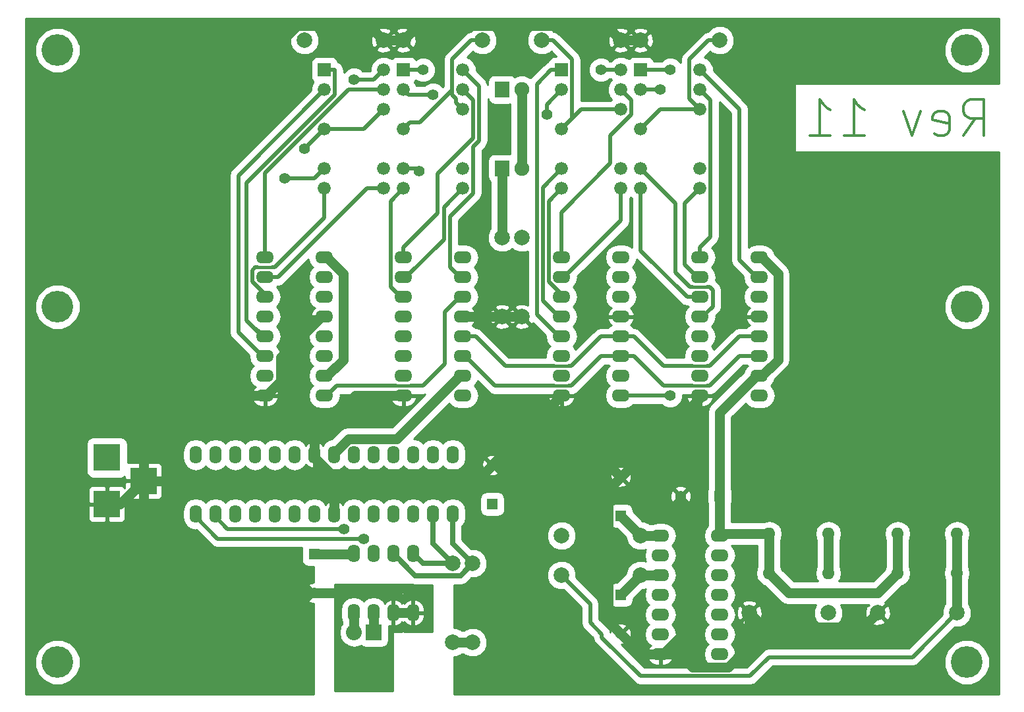
<source format=gbr>
G04 #@! TF.FileFunction,Copper,L2,Bot,Signal*
%FSLAX46Y46*%
G04 Gerber Fmt 4.6, Leading zero omitted, Abs format (unit mm)*
G04 Created by KiCad (PCBNEW (2015-12-07 BZR 6352)-product) date Sun 07 Feb 2016 06:25:34 PM EST*
%MOMM*%
G01*
G04 APERTURE LIST*
%ADD10C,0.100000*%
%ADD11C,0.300000*%
%ADD12R,1.676400X1.676400*%
%ADD13C,1.676400*%
%ADD14R,3.500120X3.500120*%
%ADD15O,2.300000X1.600000*%
%ADD16R,1.400000X1.400000*%
%ADD17C,1.400000*%
%ADD18R,1.900000X2.000000*%
%ADD19C,1.900000*%
%ADD20O,1.600000X2.300000*%
%ADD21C,1.998980*%
%ADD22O,1.600000X1.600000*%
%ADD23R,2.032000X2.032000*%
%ADD24O,2.032000X2.032000*%
%ADD25C,4.064000*%
%ADD26C,1.270000*%
%ADD27C,0.431800*%
%ADD28C,0.508000*%
%ADD29C,0.635000*%
%ADD30C,0.254000*%
G04 APERTURE END LIST*
D10*
D11*
X121463223Y72849075D02*
X122996536Y75039522D01*
X124091760Y72849075D02*
X124091760Y77449015D01*
X122339402Y77449015D01*
X121901313Y77229970D01*
X121682268Y77010925D01*
X121463223Y76572836D01*
X121463223Y75915701D01*
X121682268Y75477612D01*
X121901313Y75258567D01*
X122339402Y75039522D01*
X124091760Y75039522D01*
X117739462Y73068120D02*
X118177552Y72849075D01*
X119053731Y72849075D01*
X119491820Y73068120D01*
X119710865Y73506209D01*
X119710865Y75258567D01*
X119491820Y75696657D01*
X119053731Y75915701D01*
X118177552Y75915701D01*
X117739462Y75696657D01*
X117520417Y75258567D01*
X117520417Y74820478D01*
X119710865Y74382388D01*
X115987104Y75915701D02*
X114891880Y72849075D01*
X113796656Y75915701D01*
X106130090Y72849075D02*
X108758627Y72849075D01*
X107444358Y72849075D02*
X107444358Y77449015D01*
X107882448Y76791880D01*
X108320537Y76353791D01*
X108758627Y76134746D01*
X101749195Y72849075D02*
X104377732Y72849075D01*
X103063463Y72849075D02*
X103063463Y77449015D01*
X103501553Y76791880D01*
X103939642Y76353791D01*
X104377732Y76134746D01*
D12*
X49530000Y81280000D03*
D13*
X49530000Y78740000D03*
X49530000Y73660000D03*
X49530000Y68580000D03*
X49530000Y66040000D03*
X57150000Y66040000D03*
X57150000Y68580000D03*
X57150000Y76200000D03*
X57150000Y78740000D03*
X57150000Y81280000D03*
D14*
X11430000Y31399480D03*
X11430000Y25400000D03*
X16129000Y28399740D03*
D15*
X82550000Y21350000D03*
X82550000Y18810000D03*
X82550000Y16270000D03*
X82550000Y13730000D03*
X82550000Y11190000D03*
X82550000Y8650000D03*
X82550000Y6110000D03*
X90170000Y6110000D03*
X90170000Y8650000D03*
X90170000Y11190000D03*
X90170000Y13730000D03*
X90170000Y16270000D03*
X90170000Y18810000D03*
X90170000Y21350000D03*
D12*
X80010000Y81280000D03*
D13*
X80010000Y78740000D03*
X80010000Y73660000D03*
X80010000Y68580000D03*
X80010000Y66040000D03*
X87630000Y66040000D03*
X87630000Y68580000D03*
X87630000Y76200000D03*
X87630000Y78740000D03*
X87630000Y81280000D03*
D15*
X31750000Y57150000D03*
X31750000Y54610000D03*
X31750000Y52070000D03*
X31750000Y49530000D03*
X31750000Y46990000D03*
X31750000Y44450000D03*
X31750000Y41910000D03*
X31750000Y39370000D03*
X39370000Y39370000D03*
X39370000Y41910000D03*
X39370000Y44450000D03*
X39370000Y46990000D03*
X39370000Y49530000D03*
X39370000Y52070000D03*
X39370000Y54610000D03*
X39370000Y57150000D03*
D16*
X77470000Y13730000D03*
D17*
X77470000Y8730000D03*
D16*
X77470000Y23890000D03*
D17*
X77470000Y28890000D03*
D16*
X38060000Y18970000D03*
D17*
X38060000Y13970000D03*
D16*
X60960000Y25400000D03*
D17*
X60960000Y30400000D03*
D16*
X90170000Y26430000D03*
D17*
X85170000Y26430000D03*
D18*
X62230000Y68580000D03*
D19*
X64770000Y68580000D03*
D18*
X62230000Y78740000D03*
D19*
X64770000Y78740000D03*
D20*
X55880000Y31750000D03*
X53340000Y31750000D03*
X50800000Y31750000D03*
X48260000Y31750000D03*
X45720000Y31750000D03*
X43180000Y31750000D03*
X40640000Y31750000D03*
X38100000Y31750000D03*
X35560000Y31750000D03*
X33020000Y31750000D03*
X30480000Y31750000D03*
X27940000Y31750000D03*
X25400000Y31750000D03*
X22860000Y31750000D03*
X22860000Y24130000D03*
X25400000Y24130000D03*
X27940000Y24130000D03*
X30480000Y24130000D03*
X33020000Y24130000D03*
X35560000Y24130000D03*
X38100000Y24130000D03*
X40640000Y24130000D03*
X43180000Y24130000D03*
X45720000Y24130000D03*
X48260000Y24130000D03*
X50800000Y24130000D03*
X53340000Y24130000D03*
X55880000Y24130000D03*
D21*
X80010000Y16270000D03*
X69850000Y16270000D03*
X80010000Y21350000D03*
X69850000Y21350000D03*
X36830000Y85090000D03*
X46990000Y85090000D03*
X59690000Y85090000D03*
X49530000Y85090000D03*
X67310000Y85090000D03*
X77470000Y85090000D03*
X90170000Y85090000D03*
X80010000Y85090000D03*
X62230000Y59690000D03*
X62230000Y49530000D03*
X64770000Y59690000D03*
X64770000Y49530000D03*
X104140000Y11430000D03*
X93980000Y11430000D03*
X120650000Y11430000D03*
X110490000Y11430000D03*
D22*
X96520000Y21590000D03*
X96520000Y16510000D03*
X104140000Y16510000D03*
X104140000Y21590000D03*
X113030000Y21590000D03*
X113030000Y16510000D03*
X120650000Y16510000D03*
X120650000Y21590000D03*
D20*
X43140000Y11430000D03*
X45680000Y11430000D03*
X48220000Y11430000D03*
X50760000Y11430000D03*
X50760000Y19050000D03*
X48220000Y19050000D03*
X45680000Y19050000D03*
X43140000Y19050000D03*
D15*
X49530000Y57150000D03*
X49530000Y54610000D03*
X49530000Y52070000D03*
X49530000Y49530000D03*
X49530000Y46990000D03*
X49530000Y44450000D03*
X49530000Y41910000D03*
X49530000Y39370000D03*
X57150000Y39370000D03*
X57150000Y41910000D03*
X57150000Y44450000D03*
X57150000Y46990000D03*
X57150000Y49530000D03*
X57150000Y52070000D03*
X57150000Y54610000D03*
X57150000Y57150000D03*
X69850000Y57150000D03*
X69850000Y54610000D03*
X69850000Y52070000D03*
X69850000Y49530000D03*
X69850000Y46990000D03*
X69850000Y44450000D03*
X69850000Y41910000D03*
X69850000Y39370000D03*
X77470000Y39370000D03*
X77470000Y41910000D03*
X77470000Y44450000D03*
X77470000Y46990000D03*
X77470000Y49530000D03*
X77470000Y52070000D03*
X77470000Y54610000D03*
X77470000Y57150000D03*
X87630000Y57150000D03*
X87630000Y54610000D03*
X87630000Y52070000D03*
X87630000Y49530000D03*
X87630000Y46990000D03*
X87630000Y44450000D03*
X87630000Y41910000D03*
X87630000Y39370000D03*
X95250000Y39370000D03*
X95250000Y41910000D03*
X95250000Y44450000D03*
X95250000Y46990000D03*
X95250000Y49530000D03*
X95250000Y52070000D03*
X95250000Y54610000D03*
X95250000Y57150000D03*
D12*
X39370000Y81280000D03*
D13*
X39370000Y78740000D03*
X39370000Y73660000D03*
X39370000Y68580000D03*
X39370000Y66040000D03*
X46990000Y66040000D03*
X46990000Y68580000D03*
X46990000Y76200000D03*
X46990000Y78740000D03*
X46990000Y81280000D03*
D12*
X69850000Y81280000D03*
D13*
X69850000Y78740000D03*
X69850000Y73660000D03*
X69850000Y68580000D03*
X69850000Y66040000D03*
X77470000Y66040000D03*
X77470000Y68580000D03*
X77470000Y76200000D03*
X77470000Y78740000D03*
X77470000Y81280000D03*
D21*
X58420000Y17780000D03*
X58420000Y7620000D03*
X55880000Y17780000D03*
X55880000Y7620000D03*
D23*
X45720000Y8890000D03*
D24*
X43180000Y8890000D03*
D25*
X121920000Y83820000D03*
X121920000Y5080000D03*
X5080000Y5080000D03*
X5080000Y83820000D03*
X5080000Y50800000D03*
X121920000Y50800000D03*
D17*
X36830000Y71120000D03*
X34290000Y67310000D03*
X43180000Y80010000D03*
X51519825Y68216546D03*
X52070000Y81280000D03*
X53340000Y78105000D03*
X67945000Y75565000D03*
X83820000Y39370000D03*
X74930000Y81280000D03*
X83820000Y81280000D03*
X82550000Y78740000D03*
X44450000Y20955000D03*
X41910000Y22225000D03*
D26*
X48220000Y11430000D02*
X50760000Y11430000D01*
X31750000Y39370000D02*
X31948620Y39370000D01*
X31948620Y39370000D02*
X33789010Y41210390D01*
X33789010Y41210390D02*
X33789010Y44299010D01*
X33789010Y44299010D02*
X39020000Y49530000D01*
X39020000Y49530000D02*
X39370000Y49530000D01*
X46990000Y85090000D02*
X45101509Y86978491D01*
X45101509Y86978491D02*
X35923523Y86978491D01*
X16129000Y31419800D02*
X16129000Y28399740D01*
X35923523Y86978491D02*
X16129000Y67183968D01*
X16129000Y67183968D02*
X16129000Y31419800D01*
X49530000Y85090000D02*
X46990000Y85090000D01*
X77470000Y85090000D02*
X75581509Y86978491D01*
X75581509Y86978491D02*
X51418491Y86978491D01*
X51418491Y86978491D02*
X49530000Y85090000D01*
X80010000Y85090000D02*
X77470000Y85090000D01*
X93980000Y11430000D02*
X95868491Y9541509D01*
X95868491Y9541509D02*
X108601509Y9541509D01*
X108601509Y9541509D02*
X110490000Y11430000D01*
X82550000Y6110000D02*
X84970000Y6110000D01*
X84970000Y6110000D02*
X86659010Y4420990D01*
X86659010Y4420990D02*
X91219610Y4420990D01*
X91219610Y4420990D02*
X93980000Y7181380D01*
X93980000Y7181380D02*
X93980000Y11430000D01*
X38060000Y13970000D02*
X27538680Y13970000D01*
X27538680Y13970000D02*
X16129000Y25379680D01*
X16129000Y25379680D02*
X16129000Y28399740D01*
X77470000Y28890000D02*
X87630000Y39050000D01*
X87630000Y39050000D02*
X87630000Y39370000D01*
X60960000Y30400000D02*
X75960000Y30400000D01*
X75960000Y30400000D02*
X77470000Y28890000D01*
X60960000Y30400000D02*
X60960000Y30480000D01*
X60960000Y30480000D02*
X69850000Y39370000D01*
X62230000Y49530000D02*
X64770000Y49530000D01*
X57150000Y49530000D02*
X62230000Y49530000D01*
X38100000Y31750000D02*
X38100000Y34170000D01*
X38100000Y34170000D02*
X43300000Y39370000D01*
X43300000Y39370000D02*
X49530000Y39370000D01*
X24079200Y39370000D02*
X31750000Y39370000D01*
X16129000Y31419800D02*
X24079200Y39370000D01*
X59890000Y29330000D02*
X40640000Y29330000D01*
X40640000Y29330000D02*
X40170000Y29330000D01*
X16129000Y28399740D02*
X39709740Y28399740D01*
X39709740Y28399740D02*
X40640000Y29330000D01*
X11430000Y25400000D02*
X13129260Y25400000D01*
X13129260Y25400000D02*
X16129000Y28399740D01*
X38060000Y13970000D02*
X41910000Y13970000D01*
X77470000Y8730000D02*
X75880999Y10319001D01*
X75880999Y10319001D02*
X75880999Y27300999D01*
X75880999Y27300999D02*
X77470000Y28890000D01*
X82550000Y6110000D02*
X80090000Y6110000D01*
X80090000Y6110000D02*
X77470000Y8730000D01*
X85170000Y26430000D02*
X85170000Y8380000D01*
X85170000Y8380000D02*
X82900000Y6110000D01*
X82900000Y6110000D02*
X82550000Y6110000D01*
X40170000Y29330000D02*
X40640000Y28860000D01*
X40640000Y28860000D02*
X40640000Y24130000D01*
X60960000Y30400000D02*
X59890000Y29330000D01*
X40170000Y29330000D02*
X38100000Y31400000D01*
X38100000Y31400000D02*
X38100000Y31750000D01*
D27*
X86700195Y43180000D02*
X88559805Y43180000D01*
D28*
X88900000Y43180000D02*
X88559805Y43180000D01*
X88900000Y43180000D02*
X92710000Y46990000D01*
X92710000Y46990000D02*
X95250000Y46990000D01*
X82938000Y43180000D02*
X86700195Y43180000D01*
X77470000Y46990000D02*
X79128000Y46990000D01*
X79128000Y46990000D02*
X82938000Y43180000D01*
D27*
X68920195Y43180000D02*
X70779805Y43180000D01*
D28*
X71120000Y43180000D02*
X70779805Y43180000D01*
X71120000Y43180000D02*
X74930000Y46990000D01*
X74930000Y46990000D02*
X77470000Y46990000D01*
X62618000Y43180000D02*
X68920195Y43180000D01*
X57150000Y46990000D02*
X58808000Y46990000D01*
X58808000Y46990000D02*
X62618000Y43180000D01*
D27*
X86700195Y40640000D02*
X88559805Y40640000D01*
D28*
X88900000Y40640000D02*
X88559805Y40640000D01*
X88900000Y40640000D02*
X92710000Y44450000D01*
X92710000Y44450000D02*
X95250000Y44450000D01*
X82938000Y40640000D02*
X86700195Y40640000D01*
X77470000Y44450000D02*
X79128000Y44450000D01*
X79128000Y44450000D02*
X82938000Y40640000D01*
D27*
X68920195Y40640000D02*
X70779805Y40640000D01*
D28*
X71120000Y40640000D02*
X70779805Y40640000D01*
X61310000Y40640000D02*
X68920195Y40640000D01*
X57500000Y44450000D02*
X61310000Y40640000D01*
X57150000Y44450000D02*
X57500000Y44450000D01*
X71120000Y40640000D02*
X74930000Y44450000D01*
X74930000Y44450000D02*
X77470000Y44450000D01*
D26*
X95250000Y41910000D02*
X95600000Y41910000D01*
X95600000Y41910000D02*
X97670000Y43980000D01*
X97670000Y43980000D02*
X97670000Y55080000D01*
X97670000Y55080000D02*
X95600000Y57150000D01*
X95600000Y57150000D02*
X95250000Y57150000D01*
X90170000Y26430000D02*
X90170000Y37180000D01*
X90170000Y37180000D02*
X94900000Y41910000D01*
X94900000Y41910000D02*
X95250000Y41910000D01*
X110490000Y13970000D02*
X99060000Y13970000D01*
X99060000Y13970000D02*
X96520000Y16510000D01*
X113030000Y16510000D02*
X110490000Y13970000D01*
X113030000Y21590000D02*
X113030000Y16510000D01*
X96520000Y21590000D02*
X96520000Y16510000D01*
X64770000Y68580000D02*
X64770000Y78740000D01*
X39370000Y41910000D02*
X39720000Y41910000D01*
X39720000Y41910000D02*
X41790000Y43980000D01*
X41790000Y43980000D02*
X41790000Y55080000D01*
X41790000Y55080000D02*
X39720000Y57150000D01*
X39720000Y57150000D02*
X39370000Y57150000D01*
X40640000Y31750000D02*
X40640000Y31948620D01*
X40640000Y31948620D02*
X42480390Y33789010D01*
X42480390Y33789010D02*
X48679010Y33789010D01*
X48679010Y33789010D02*
X56800000Y41910000D01*
X56800000Y41910000D02*
X57150000Y41910000D01*
X96520000Y21590000D02*
X90410000Y21590000D01*
X90410000Y21590000D02*
X90170000Y21350000D01*
X55880000Y7620000D02*
X58420000Y7620000D01*
X90170000Y26430000D02*
X90170000Y21350000D01*
X38060000Y18970000D02*
X43060000Y18970000D01*
X43060000Y18970000D02*
X43140000Y19050000D01*
X62230000Y59690000D02*
X62230000Y68580000D01*
D28*
X39370000Y73660000D02*
X36830000Y71120000D01*
X39370000Y73660000D02*
X44450000Y73660000D01*
X44450000Y73660000D02*
X46990000Y76200000D01*
X57150000Y76200000D02*
X56311801Y77038199D01*
X56311801Y77038199D02*
X56311801Y77585821D01*
X56311801Y77585821D02*
X55803799Y78093823D01*
X55803799Y78093823D02*
X55803799Y78663799D01*
X51638199Y74498199D02*
X55803799Y78663799D01*
X55803799Y82617291D02*
X58276508Y85090000D01*
X55803799Y78663799D02*
X55803799Y82617291D01*
X58276508Y85090000D02*
X59690000Y85090000D01*
X49530000Y73660000D02*
X50368199Y74498199D01*
X50368199Y74498199D02*
X51638199Y74498199D01*
X77470000Y76200000D02*
X72390000Y76200000D01*
X72390000Y76200000D02*
X69850000Y73660000D01*
X69850000Y73660000D02*
X71196201Y75006201D01*
X71196201Y75006201D02*
X71196201Y82617291D01*
X71196201Y82617291D02*
X68723492Y85090000D01*
X68723492Y85090000D02*
X67310000Y85090000D01*
X87630000Y76200000D02*
X82550000Y76200000D01*
X82550000Y76200000D02*
X80010000Y73660000D01*
X87630000Y76200000D02*
X86283799Y77546201D01*
X86283799Y77546201D02*
X86283799Y82617291D01*
X88756508Y85090000D02*
X90170000Y85090000D01*
X86283799Y82617291D02*
X88756508Y85090000D01*
X46990000Y78740000D02*
X42457622Y78740000D01*
X42457622Y78740000D02*
X31750000Y68032378D01*
X31750000Y68032378D02*
X31750000Y57150000D01*
X31750000Y54610000D02*
X33408000Y54610000D01*
X44838000Y66040000D02*
X46990000Y66040000D01*
X33408000Y54610000D02*
X44838000Y66040000D01*
D27*
X30820195Y55880000D02*
X32679805Y55880000D01*
D28*
X33020000Y55880000D02*
X32679805Y55880000D01*
X33020000Y55880000D02*
X39370000Y62230000D01*
X39370000Y62230000D02*
X39370000Y66040000D01*
X30480000Y55880000D02*
X30820195Y55880000D01*
X30091990Y55491990D02*
X30480000Y55880000D01*
X31750000Y52410195D02*
X30091990Y54068205D01*
X31750000Y52070000D02*
X31750000Y52410195D01*
X30091990Y54068205D02*
X30091990Y55491990D01*
X34290000Y67310000D02*
X38100000Y67310000D01*
X38100000Y67310000D02*
X39370000Y68580000D01*
X30092000Y48298000D02*
X29329979Y49060021D01*
X29329979Y49060021D02*
X29329979Y66707601D01*
X29329979Y66707601D02*
X40716201Y78093823D01*
X40716201Y78093823D02*
X40716200Y81280000D01*
X40716200Y81280000D02*
X39370000Y81280000D01*
X31750000Y46990000D02*
X31400000Y46990000D01*
X31400000Y46990000D02*
X30092000Y48298000D01*
X30092000Y48298000D02*
X31750000Y46990000D01*
X28320979Y67690979D02*
X39370000Y78740000D01*
X28320979Y47529021D02*
X28320979Y67690979D01*
X31750000Y44450000D02*
X31400000Y44450000D01*
X31400000Y44450000D02*
X28320979Y47529021D01*
X50459805Y40640000D02*
X52070000Y40640000D01*
X52070000Y40640000D02*
X54895000Y43465000D01*
X54895000Y43465000D02*
X54895000Y50165000D01*
X54895000Y50165000D02*
X56800000Y52070000D01*
X56800000Y52070000D02*
X57150000Y52070000D01*
D27*
X48600195Y40640000D02*
X50459805Y40640000D01*
D28*
X40990000Y40640000D02*
X48600195Y40640000D01*
X39370000Y39370000D02*
X39720000Y39370000D01*
X39720000Y39370000D02*
X40990000Y40640000D01*
X43180000Y80010000D02*
X45720000Y80010000D01*
X45720000Y80010000D02*
X46990000Y81280000D01*
X49530000Y57150000D02*
X49530000Y58458000D01*
X49530000Y58458000D02*
X53913001Y62841001D01*
X53913001Y62841001D02*
X53913001Y67883001D01*
X53913001Y67883001D02*
X58496201Y72466201D01*
X58496201Y72466201D02*
X58496201Y77393799D01*
X58496201Y77393799D02*
X57150000Y78740000D01*
X54729980Y63619980D02*
X57150000Y66040000D01*
X54729980Y59459980D02*
X54729980Y63619980D01*
X49880000Y54610000D02*
X54729980Y59459980D01*
X49530000Y54610000D02*
X49880000Y54610000D01*
X49530000Y52070000D02*
X49180000Y52070000D01*
X49180000Y52070000D02*
X47871990Y53378010D01*
X47871990Y53378010D02*
X47871990Y64381990D01*
X47871990Y64381990D02*
X49530000Y66040000D01*
X49530000Y68580000D02*
X51156371Y68580000D01*
X51156371Y68580000D02*
X51519825Y68216546D01*
X52070000Y81280000D02*
X49530000Y81280000D01*
X53340000Y78105000D02*
X50165000Y78105000D01*
X50165000Y78105000D02*
X49530000Y78740000D01*
X59258212Y79171788D02*
X57150000Y81280000D01*
X59258212Y72150566D02*
X59258212Y79171788D01*
X58496201Y71388555D02*
X59258212Y72150566D01*
X58496201Y65393823D02*
X58496201Y71388555D01*
X55491990Y62389612D02*
X58496201Y65393823D01*
X56800000Y54610000D02*
X55491990Y55918010D01*
X57150000Y54610000D02*
X56800000Y54610000D01*
X55491990Y55918010D02*
X55491990Y62389612D01*
X69850000Y57150000D02*
X69850000Y62952378D01*
X76123799Y72861421D02*
X78816201Y75553823D01*
X69850000Y62952378D02*
X76123799Y69226177D01*
X76123799Y69226177D02*
X76123799Y72861421D01*
X78816201Y75553823D02*
X78816201Y77393799D01*
X78816201Y77393799D02*
X77470000Y78740000D01*
X69850000Y54610000D02*
X70200000Y54610000D01*
X70200000Y54610000D02*
X77470000Y61880000D01*
X77470000Y61880000D02*
X77470000Y66040000D01*
X68199021Y58420000D02*
X68199021Y64389021D01*
X68191990Y58412969D02*
X68199021Y58420000D01*
X68199021Y56601174D02*
X68191990Y56608205D01*
X68191990Y56608205D02*
X68191990Y58412969D01*
X68191990Y55151795D02*
X68199021Y55158826D01*
X68199021Y64389021D02*
X69850000Y66040000D01*
X68191990Y54068205D02*
X68191990Y55151795D01*
X69850000Y52410195D02*
X68191990Y54068205D01*
X69850000Y52070000D02*
X69850000Y52410195D01*
X68199021Y55158826D02*
X68199021Y56601174D01*
X67437011Y66167011D02*
X69850000Y68580000D01*
X67437011Y58735636D02*
X67437011Y66167011D01*
X67429980Y58728605D02*
X67437011Y58735636D01*
X67429980Y53752569D02*
X67429980Y58728605D01*
X67437011Y53745538D02*
X67429980Y53752569D01*
X69500000Y49530000D02*
X67437011Y51592989D01*
X67437011Y51592989D02*
X67437011Y53745538D01*
X69850000Y49530000D02*
X69500000Y49530000D01*
X66675000Y59051271D02*
X66675000Y79451200D01*
X66667970Y49822030D02*
X66667970Y59044241D01*
X66667970Y59044241D02*
X66675000Y59051271D01*
X69850000Y46990000D02*
X69500000Y46990000D01*
X69500000Y46990000D02*
X66667970Y49822030D01*
X68503800Y81280000D02*
X69850000Y81280000D01*
X66675000Y79451200D02*
X68503800Y81280000D01*
X67945000Y75565000D02*
X67945000Y76835000D01*
X67945000Y76835000D02*
X69850000Y78740000D01*
X77470000Y39370000D02*
X83820000Y39370000D01*
X74930000Y81280000D02*
X77470000Y81280000D01*
X87630000Y57150000D02*
X87630000Y58458000D01*
X87630000Y58458000D02*
X88976201Y59804201D01*
X88976201Y59804201D02*
X88976201Y77393799D01*
X88976201Y77393799D02*
X87630000Y78740000D01*
X87630000Y54610000D02*
X87280000Y54610000D01*
X87280000Y54610000D02*
X85694295Y56195705D01*
X85694295Y56195705D02*
X85694295Y64104295D01*
X85694295Y64104295D02*
X87630000Y66040000D01*
X85972000Y52070000D02*
X80010000Y58032000D01*
X80010000Y58032000D02*
X80010000Y66040000D01*
X87630000Y52070000D02*
X85972000Y52070000D01*
D27*
X88559805Y53340000D02*
X86700195Y53340000D01*
D28*
X88900000Y53340000D02*
X88559805Y53340000D01*
X80010000Y68580000D02*
X84455000Y64135000D01*
X86360000Y53340000D02*
X86700195Y53340000D01*
X84455000Y64135000D02*
X84455000Y55245000D01*
X84455000Y55245000D02*
X86360000Y53340000D01*
X89288010Y52951990D02*
X88900000Y53340000D01*
X87630000Y49530000D02*
X87980000Y49530000D01*
X87980000Y49530000D02*
X89288010Y50838010D01*
X89288010Y50838010D02*
X89288010Y52951990D01*
X83820000Y81280000D02*
X80010000Y81280000D01*
X82550000Y78740000D02*
X80010000Y78740000D01*
X92710000Y56800000D02*
X92710000Y76200000D01*
X92710000Y76200000D02*
X87630000Y81280000D01*
X95250000Y54610000D02*
X94900000Y54610000D01*
X94900000Y54610000D02*
X92710000Y56800000D01*
D26*
X77470000Y13730000D02*
X80010000Y16270000D01*
X80010000Y16270000D02*
X82550000Y16270000D01*
X80010000Y21350000D02*
X77470000Y23890000D01*
X80010000Y21350000D02*
X82550000Y21350000D01*
D28*
X44450000Y20955000D02*
X25685000Y20955000D01*
X25685000Y20955000D02*
X22860000Y23780000D01*
X22860000Y23780000D02*
X22860000Y24130000D01*
X41910000Y22225000D02*
X26955000Y22225000D01*
X25400000Y23780000D02*
X25400000Y24130000D01*
X26955000Y22225000D02*
X25400000Y23780000D01*
D29*
X53340000Y20320000D02*
X53340000Y24130000D01*
X55880000Y17780000D02*
X53340000Y20320000D01*
X55880000Y17780000D02*
X52030000Y17780000D01*
X52030000Y17780000D02*
X50760000Y19050000D01*
X55880000Y20320000D02*
X55880000Y24130000D01*
X58420000Y17780000D02*
X55880000Y20320000D01*
X48220000Y19050000D02*
X51060991Y16209009D01*
X51060991Y16209009D02*
X56849009Y16209009D01*
X56849009Y16209009D02*
X58420000Y17780000D01*
X48220000Y19050000D02*
X48220000Y18700000D01*
D26*
X120650000Y11430000D02*
X120650000Y16510000D01*
X120650000Y21590000D02*
X120650000Y16510000D01*
D28*
X73557021Y10160000D02*
X73557021Y12562979D01*
X75032979Y8255000D02*
X75032979Y8684042D01*
X75032979Y8684042D02*
X73557021Y10160000D01*
X94082979Y3277979D02*
X80010000Y3277979D01*
X75032979Y8255000D02*
X80010000Y3277979D01*
X73557021Y12562979D02*
X69850000Y16270000D01*
X96520000Y5715000D02*
X94082979Y3277979D01*
X120650000Y11430000D02*
X114935000Y5715000D01*
X114935000Y5715000D02*
X96520000Y5715000D01*
D26*
X104140000Y16510000D02*
X104140000Y21590000D01*
X43180000Y8890000D02*
X43180000Y11390000D01*
X43180000Y11390000D02*
X43140000Y11430000D01*
X45720000Y8890000D02*
X45720000Y11390000D01*
X45720000Y11390000D02*
X45680000Y11430000D01*
D30*
G36*
X50599283Y15094348D02*
X51060991Y15002509D01*
X53213000Y15002509D01*
X53213000Y9017000D01*
X49617000Y9017000D01*
X49617000Y10246693D01*
X49835104Y9975500D01*
X50328181Y9705633D01*
X50410961Y9688096D01*
X50633000Y9810085D01*
X50633000Y11303000D01*
X50887000Y11303000D01*
X50887000Y9810085D01*
X51109039Y9688096D01*
X51191819Y9705633D01*
X51684896Y9975500D01*
X52037166Y10413517D01*
X52195000Y10953000D01*
X52195000Y11303000D01*
X50887000Y11303000D01*
X50633000Y11303000D01*
X50613000Y11303000D01*
X50613000Y11557000D01*
X50633000Y11557000D01*
X50633000Y13049915D01*
X50887000Y13049915D01*
X50887000Y11557000D01*
X52195000Y11557000D01*
X52195000Y11907000D01*
X52037166Y12446483D01*
X51684896Y12884500D01*
X51191819Y13154367D01*
X51109039Y13171904D01*
X50887000Y13049915D01*
X50633000Y13049915D01*
X50410961Y13171904D01*
X50328181Y13154367D01*
X49835104Y12884500D01*
X49617000Y12613307D01*
X49617000Y13970000D01*
X49606994Y14019410D01*
X49578553Y14061035D01*
X49536159Y14088315D01*
X49490000Y14097000D01*
X48260000Y14097000D01*
X48210590Y14086994D01*
X48168965Y14058553D01*
X48141685Y14016159D01*
X48133000Y13970000D01*
X48133000Y13215000D01*
X48092998Y13215000D01*
X48092998Y13049916D01*
X47870961Y13171904D01*
X47788181Y13154367D01*
X47295104Y12884500D01*
X47112615Y12657591D01*
X46874303Y13014249D01*
X46326352Y13380379D01*
X45680000Y13508946D01*
X45033648Y13380379D01*
X44485697Y13014249D01*
X44410000Y12900961D01*
X44334303Y13014249D01*
X43786352Y13380379D01*
X43140000Y13508946D01*
X42493648Y13380379D01*
X41945697Y13014249D01*
X41579567Y12466298D01*
X41451000Y11819946D01*
X41451000Y11040054D01*
X41579567Y10393702D01*
X41656000Y10279312D01*
X41656000Y10009517D01*
X41420009Y9656333D01*
X41275000Y8927321D01*
X41275000Y8852679D01*
X41420009Y8123667D01*
X41832962Y7505641D01*
X42450988Y7092688D01*
X43180000Y6947679D01*
X43909012Y7092688D01*
X44092924Y7215574D01*
X44351353Y7038997D01*
X44704000Y6967584D01*
X46736000Y6967584D01*
X47065444Y7029573D01*
X47368017Y7224274D01*
X47571003Y7521353D01*
X47642416Y7874000D01*
X47642416Y9785412D01*
X47788181Y9705633D01*
X47870961Y9688096D01*
X48092998Y9810084D01*
X48092998Y9645000D01*
X48133000Y9645000D01*
X48133000Y1397000D01*
X40727000Y1397000D01*
X40727000Y15113000D01*
X50571368Y15113000D01*
X50599283Y15094348D01*
X50599283Y15094348D01*
G37*
X50599283Y15094348D02*
X51060991Y15002509D01*
X53213000Y15002509D01*
X53213000Y9017000D01*
X49617000Y9017000D01*
X49617000Y10246693D01*
X49835104Y9975500D01*
X50328181Y9705633D01*
X50410961Y9688096D01*
X50633000Y9810085D01*
X50633000Y11303000D01*
X50887000Y11303000D01*
X50887000Y9810085D01*
X51109039Y9688096D01*
X51191819Y9705633D01*
X51684896Y9975500D01*
X52037166Y10413517D01*
X52195000Y10953000D01*
X52195000Y11303000D01*
X50887000Y11303000D01*
X50633000Y11303000D01*
X50613000Y11303000D01*
X50613000Y11557000D01*
X50633000Y11557000D01*
X50633000Y13049915D01*
X50887000Y13049915D01*
X50887000Y11557000D01*
X52195000Y11557000D01*
X52195000Y11907000D01*
X52037166Y12446483D01*
X51684896Y12884500D01*
X51191819Y13154367D01*
X51109039Y13171904D01*
X50887000Y13049915D01*
X50633000Y13049915D01*
X50410961Y13171904D01*
X50328181Y13154367D01*
X49835104Y12884500D01*
X49617000Y12613307D01*
X49617000Y13970000D01*
X49606994Y14019410D01*
X49578553Y14061035D01*
X49536159Y14088315D01*
X49490000Y14097000D01*
X48260000Y14097000D01*
X48210590Y14086994D01*
X48168965Y14058553D01*
X48141685Y14016159D01*
X48133000Y13970000D01*
X48133000Y13215000D01*
X48092998Y13215000D01*
X48092998Y13049916D01*
X47870961Y13171904D01*
X47788181Y13154367D01*
X47295104Y12884500D01*
X47112615Y12657591D01*
X46874303Y13014249D01*
X46326352Y13380379D01*
X45680000Y13508946D01*
X45033648Y13380379D01*
X44485697Y13014249D01*
X44410000Y12900961D01*
X44334303Y13014249D01*
X43786352Y13380379D01*
X43140000Y13508946D01*
X42493648Y13380379D01*
X41945697Y13014249D01*
X41579567Y12466298D01*
X41451000Y11819946D01*
X41451000Y11040054D01*
X41579567Y10393702D01*
X41656000Y10279312D01*
X41656000Y10009517D01*
X41420009Y9656333D01*
X41275000Y8927321D01*
X41275000Y8852679D01*
X41420009Y8123667D01*
X41832962Y7505641D01*
X42450988Y7092688D01*
X43180000Y6947679D01*
X43909012Y7092688D01*
X44092924Y7215574D01*
X44351353Y7038997D01*
X44704000Y6967584D01*
X46736000Y6967584D01*
X47065444Y7029573D01*
X47368017Y7224274D01*
X47571003Y7521353D01*
X47642416Y7874000D01*
X47642416Y9785412D01*
X47788181Y9705633D01*
X47870961Y9688096D01*
X48092998Y9810084D01*
X48092998Y9645000D01*
X48133000Y9645000D01*
X48133000Y1397000D01*
X40727000Y1397000D01*
X40727000Y15113000D01*
X50571368Y15113000D01*
X50599283Y15094348D01*
G36*
X49363000Y12613307D02*
X49144896Y12884500D01*
X48651819Y13154367D01*
X48569039Y13171904D01*
X48347000Y13049915D01*
X48347000Y11557000D01*
X48367000Y11557000D01*
X48367000Y11303000D01*
X48347000Y11303000D01*
X48347000Y9810085D01*
X48569039Y9688096D01*
X48651819Y9705633D01*
X49144896Y9975500D01*
X49363000Y10246693D01*
X49363000Y9017000D01*
X47642416Y9017000D01*
X47642416Y9785412D01*
X47788181Y9705633D01*
X47870961Y9688096D01*
X48093000Y9810085D01*
X48093000Y11303000D01*
X48073000Y11303000D01*
X48073000Y11557000D01*
X48093000Y11557000D01*
X48093000Y13049915D01*
X47870961Y13171904D01*
X47788181Y13154367D01*
X47295104Y12884500D01*
X47112615Y12657591D01*
X47077000Y12710892D01*
X47077000Y13843000D01*
X49363000Y13843000D01*
X49363000Y12613307D01*
X49363000Y12613307D01*
G37*
X49363000Y12613307D02*
X49144896Y12884500D01*
X48651819Y13154367D01*
X48569039Y13171904D01*
X48347000Y13049915D01*
X48347000Y11557000D01*
X48367000Y11557000D01*
X48367000Y11303000D01*
X48347000Y11303000D01*
X48347000Y9810085D01*
X48569039Y9688096D01*
X48651819Y9705633D01*
X49144896Y9975500D01*
X49363000Y10246693D01*
X49363000Y9017000D01*
X47642416Y9017000D01*
X47642416Y9785412D01*
X47788181Y9705633D01*
X47870961Y9688096D01*
X48093000Y9810085D01*
X48093000Y11303000D01*
X48073000Y11303000D01*
X48073000Y11557000D01*
X48093000Y11557000D01*
X48093000Y13049915D01*
X47870961Y13171904D01*
X47788181Y13154367D01*
X47295104Y12884500D01*
X47112615Y12657591D01*
X47077000Y12710892D01*
X47077000Y13843000D01*
X49363000Y13843000D01*
X49363000Y12613307D01*
G36*
X126036000Y79488958D02*
X99834016Y79488958D01*
X99834016Y70671042D01*
X126036000Y70671042D01*
X126036000Y964000D01*
X56007000Y964000D01*
X56007000Y5731398D01*
X56253996Y5731183D01*
X56948346Y6018082D01*
X57026400Y6096000D01*
X57272941Y6096000D01*
X57348859Y6019949D01*
X58042708Y5731838D01*
X58793996Y5731183D01*
X59488346Y6018082D01*
X60020051Y6548859D01*
X60308162Y7242708D01*
X60308817Y7993996D01*
X60021918Y8688346D01*
X59491141Y9220051D01*
X58797292Y9508162D01*
X58046004Y9508817D01*
X57351654Y9221918D01*
X57273600Y9144000D01*
X57027059Y9144000D01*
X56951141Y9220051D01*
X56257292Y9508162D01*
X56007000Y9508380D01*
X56007000Y15002509D01*
X56849009Y15002509D01*
X57310717Y15094348D01*
X57702133Y15355885D01*
X58237916Y15891668D01*
X58793996Y15891183D01*
X58805663Y15896004D01*
X67961183Y15896004D01*
X68248082Y15201654D01*
X68778859Y14669949D01*
X69472708Y14381838D01*
X70122282Y14381272D01*
X72414021Y12089533D01*
X72414021Y10160000D01*
X72501027Y9722593D01*
X72748798Y9351777D01*
X73901005Y8199570D01*
X73976985Y7817593D01*
X74224756Y7446777D01*
X79201777Y2469756D01*
X79572593Y2221985D01*
X80010000Y2134979D01*
X94082979Y2134979D01*
X94520386Y2221985D01*
X94891202Y2469756D01*
X96922972Y4501526D01*
X118998494Y4501526D01*
X119442253Y3427548D01*
X120263226Y2605140D01*
X121336428Y2159508D01*
X122498474Y2158494D01*
X123572452Y2602253D01*
X124394860Y3423226D01*
X124840492Y4496428D01*
X124841506Y5658474D01*
X124397747Y6732452D01*
X123576774Y7554860D01*
X122503572Y8000492D01*
X121341526Y8001506D01*
X120267548Y7557747D01*
X119445140Y6736774D01*
X118999508Y5663572D01*
X118998494Y4501526D01*
X96922972Y4501526D01*
X96993446Y4572000D01*
X114935000Y4572000D01*
X115372407Y4659006D01*
X115743223Y4906777D01*
X120378192Y9541746D01*
X121023996Y9541183D01*
X121718346Y9828082D01*
X122250051Y10358859D01*
X122538162Y11052708D01*
X122538817Y11803996D01*
X122251918Y12498346D01*
X122174000Y12576400D01*
X122174000Y15759601D01*
X122243522Y15863648D01*
X122372089Y16510000D01*
X122243522Y17156352D01*
X122174000Y17260399D01*
X122174000Y20839601D01*
X122243522Y20943648D01*
X122372089Y21590000D01*
X122243522Y22236352D01*
X121877392Y22784303D01*
X121329441Y23150433D01*
X120683089Y23279000D01*
X120616911Y23279000D01*
X119970559Y23150433D01*
X119422608Y22784303D01*
X119056478Y22236352D01*
X118927911Y21590000D01*
X119056478Y20943648D01*
X119126000Y20839601D01*
X119126000Y17260399D01*
X119056478Y17156352D01*
X118927911Y16510000D01*
X119056478Y15863648D01*
X119126000Y15759601D01*
X119126000Y12577059D01*
X119049949Y12501141D01*
X118761838Y11807292D01*
X118761272Y11157718D01*
X114461554Y6858000D01*
X96520000Y6858000D01*
X96082593Y6770994D01*
X95711777Y6523223D01*
X93609533Y4420979D01*
X80483446Y4420979D01*
X79143464Y5760961D01*
X80808096Y5760961D01*
X80825633Y5678181D01*
X81095500Y5185104D01*
X81533517Y4832834D01*
X82073000Y4675000D01*
X82423000Y4675000D01*
X82423000Y5983000D01*
X82677000Y5983000D01*
X82677000Y4675000D01*
X83027000Y4675000D01*
X83566483Y4832834D01*
X84004500Y5185104D01*
X84274367Y5678181D01*
X84291904Y5760961D01*
X84169915Y5983000D01*
X82677000Y5983000D01*
X82423000Y5983000D01*
X80930085Y5983000D01*
X80808096Y5760961D01*
X79143464Y5760961D01*
X77509257Y7395168D01*
X77807440Y7411336D01*
X78163831Y7558958D01*
X78225669Y7794725D01*
X77470000Y8550395D01*
X77455858Y8536253D01*
X77276253Y8715858D01*
X77290395Y8730000D01*
X77649605Y8730000D01*
X78405275Y7974331D01*
X78641042Y8036169D01*
X78817419Y8537122D01*
X78788664Y9067440D01*
X78641042Y9423831D01*
X78405275Y9485669D01*
X77649605Y8730000D01*
X77290395Y8730000D01*
X76534725Y9485669D01*
X76298958Y9423831D01*
X76126345Y8933568D01*
X76088973Y9121449D01*
X75841202Y9492265D01*
X75668192Y9665275D01*
X76714331Y9665275D01*
X77470000Y8909605D01*
X78225669Y9665275D01*
X78163831Y9901042D01*
X77662878Y10077419D01*
X77132560Y10048664D01*
X76776169Y9901042D01*
X76714331Y9665275D01*
X75668192Y9665275D01*
X74700021Y10633446D01*
X74700021Y12562979D01*
X74613015Y13000386D01*
X74365244Y13371202D01*
X71738254Y15998192D01*
X71738817Y16643996D01*
X71451918Y17338346D01*
X70921141Y17870051D01*
X70227292Y18158162D01*
X69476004Y18158817D01*
X68781654Y17871918D01*
X68249949Y17341141D01*
X67961838Y16647292D01*
X67961183Y15896004D01*
X58805663Y15896004D01*
X59488346Y16178082D01*
X60020051Y16708859D01*
X60308162Y17402708D01*
X60308817Y18153996D01*
X60021918Y18848346D01*
X59491141Y19380051D01*
X58797292Y19668162D01*
X58237599Y19668650D01*
X57086500Y20819748D01*
X57086500Y20976004D01*
X67961183Y20976004D01*
X68248082Y20281654D01*
X68778859Y19749949D01*
X69472708Y19461838D01*
X70223996Y19461183D01*
X70918346Y19748082D01*
X71450051Y20278859D01*
X71738162Y20972708D01*
X71738817Y21723996D01*
X71451918Y22418346D01*
X70921141Y22950051D01*
X70227292Y23238162D01*
X69476004Y23238817D01*
X68781654Y22951918D01*
X68249949Y22421141D01*
X67961838Y21727292D01*
X67961183Y20976004D01*
X57086500Y20976004D01*
X57086500Y22564005D01*
X57440433Y23093702D01*
X57569000Y23740054D01*
X57569000Y24519946D01*
X57440433Y25166298D01*
X57074303Y25714249D01*
X56526352Y26080379D01*
X56427711Y26100000D01*
X59353584Y26100000D01*
X59353584Y24700000D01*
X59415573Y24370556D01*
X59610274Y24067983D01*
X59907353Y23864997D01*
X60260000Y23793584D01*
X61660000Y23793584D01*
X61989444Y23855573D01*
X62292017Y24050274D01*
X62495003Y24347353D01*
X62544140Y24590000D01*
X75863584Y24590000D01*
X75863584Y23190000D01*
X75925573Y22860556D01*
X76120274Y22557983D01*
X76417353Y22354997D01*
X76770000Y22283584D01*
X76921154Y22283584D01*
X78121277Y21083462D01*
X78121183Y20976004D01*
X78408082Y20281654D01*
X78938859Y19749949D01*
X79632708Y19461838D01*
X80383996Y19461183D01*
X80686315Y19586098D01*
X80599621Y19456352D01*
X80471054Y18810000D01*
X80599621Y18163648D01*
X80686227Y18034034D01*
X80387292Y18158162D01*
X79636004Y18158817D01*
X78941654Y17871918D01*
X78409949Y17341141D01*
X78121838Y16647292D01*
X78121742Y16537003D01*
X76921154Y15336416D01*
X76770000Y15336416D01*
X76440556Y15274427D01*
X76137983Y15079726D01*
X75934997Y14782647D01*
X75863584Y14430000D01*
X75863584Y13030000D01*
X75925573Y12700556D01*
X76120274Y12397983D01*
X76417353Y12194997D01*
X76770000Y12123584D01*
X78170000Y12123584D01*
X78499444Y12185573D01*
X78802017Y12380274D01*
X79005003Y12677353D01*
X79076416Y13030000D01*
X79076416Y13181154D01*
X80276538Y14381277D01*
X80383996Y14381183D01*
X80686315Y14506098D01*
X80599621Y14376352D01*
X80471054Y13730000D01*
X80599621Y13083648D01*
X80965751Y12535697D01*
X81079039Y12460000D01*
X80965751Y12384303D01*
X80599621Y11836352D01*
X80471054Y11190000D01*
X80599621Y10543648D01*
X80965751Y9995697D01*
X81079039Y9920000D01*
X80965751Y9844303D01*
X80599621Y9296352D01*
X80471054Y8650000D01*
X80599621Y8003648D01*
X80965751Y7455697D01*
X81322409Y7217385D01*
X81095500Y7034896D01*
X80825633Y6541819D01*
X80808096Y6459039D01*
X80930085Y6237000D01*
X82423000Y6237000D01*
X82423000Y6257000D01*
X82677000Y6257000D01*
X82677000Y6237000D01*
X84169915Y6237000D01*
X84291904Y6459039D01*
X84274367Y6541819D01*
X84004500Y7034896D01*
X83777591Y7217385D01*
X84134249Y7455697D01*
X84500379Y8003648D01*
X84628946Y8650000D01*
X84500379Y9296352D01*
X84134249Y9844303D01*
X84020961Y9920000D01*
X84134249Y9995697D01*
X84500379Y10543648D01*
X84628946Y11190000D01*
X84500379Y11836352D01*
X84134249Y12384303D01*
X84020961Y12460000D01*
X84134249Y12535697D01*
X84500379Y13083648D01*
X84628946Y13730000D01*
X84500379Y14376352D01*
X84134249Y14924303D01*
X84020961Y15000000D01*
X84134249Y15075697D01*
X84500379Y15623648D01*
X84628946Y16270000D01*
X84500379Y16916352D01*
X84134249Y17464303D01*
X84020961Y17540000D01*
X84134249Y17615697D01*
X84500379Y18163648D01*
X84628946Y18810000D01*
X84500379Y19456352D01*
X84134249Y20004303D01*
X84020961Y20080000D01*
X84134249Y20155697D01*
X84500379Y20703648D01*
X84628946Y21350000D01*
X84500379Y21996352D01*
X84134249Y22544303D01*
X83586298Y22910433D01*
X82939946Y23039000D01*
X82160054Y23039000D01*
X81513702Y22910433D01*
X81459176Y22874000D01*
X81157059Y22874000D01*
X81081141Y22950051D01*
X80387292Y23238162D01*
X80277003Y23238258D01*
X79076416Y24438846D01*
X79076416Y24590000D01*
X79014427Y24919444D01*
X78819726Y25222017D01*
X78522647Y25425003D01*
X78178351Y25494725D01*
X84414331Y25494725D01*
X84476169Y25258958D01*
X84977122Y25082581D01*
X85507440Y25111336D01*
X85863831Y25258958D01*
X85925669Y25494725D01*
X85170000Y26250395D01*
X84414331Y25494725D01*
X78178351Y25494725D01*
X78170000Y25496416D01*
X76770000Y25496416D01*
X76440556Y25434427D01*
X76137983Y25239726D01*
X75934997Y24942647D01*
X75863584Y24590000D01*
X62544140Y24590000D01*
X62566416Y24700000D01*
X62566416Y26100000D01*
X62504427Y26429444D01*
X62379956Y26622878D01*
X83822581Y26622878D01*
X83851336Y26092560D01*
X83998958Y25736169D01*
X84234725Y25674331D01*
X84990395Y26430000D01*
X85349605Y26430000D01*
X86105275Y25674331D01*
X86341042Y25736169D01*
X86517419Y26237122D01*
X86488664Y26767440D01*
X86341042Y27123831D01*
X86105275Y27185669D01*
X85349605Y26430000D01*
X84990395Y26430000D01*
X84234725Y27185669D01*
X83998958Y27123831D01*
X83822581Y26622878D01*
X62379956Y26622878D01*
X62309726Y26732017D01*
X62012647Y26935003D01*
X61660000Y27006416D01*
X60260000Y27006416D01*
X59930556Y26944427D01*
X59627983Y26749726D01*
X59424997Y26452647D01*
X59353584Y26100000D01*
X56427711Y26100000D01*
X55880000Y26208946D01*
X55233648Y26080379D01*
X54685697Y25714249D01*
X54610000Y25600961D01*
X54534303Y25714249D01*
X53986352Y26080379D01*
X53340000Y26208946D01*
X52693648Y26080379D01*
X52145697Y25714249D01*
X52070000Y25600961D01*
X51994303Y25714249D01*
X51446352Y26080379D01*
X50800000Y26208946D01*
X50153648Y26080379D01*
X49605697Y25714249D01*
X49530000Y25600961D01*
X49454303Y25714249D01*
X48906352Y26080379D01*
X48260000Y26208946D01*
X47613648Y26080379D01*
X47065697Y25714249D01*
X46990000Y25600961D01*
X46914303Y25714249D01*
X46366352Y26080379D01*
X45720000Y26208946D01*
X45073648Y26080379D01*
X44525697Y25714249D01*
X44450000Y25600961D01*
X44374303Y25714249D01*
X43826352Y26080379D01*
X43180000Y26208946D01*
X42533648Y26080379D01*
X41985697Y25714249D01*
X41747385Y25357591D01*
X41564896Y25584500D01*
X41071819Y25854367D01*
X40989039Y25871904D01*
X40767000Y25749915D01*
X40767000Y24257000D01*
X40787000Y24257000D01*
X40787000Y24003000D01*
X40767000Y24003000D01*
X40767000Y23983000D01*
X40513000Y23983000D01*
X40513000Y24003000D01*
X40493000Y24003000D01*
X40493000Y24257000D01*
X40513000Y24257000D01*
X40513000Y25749915D01*
X40290961Y25871904D01*
X40208181Y25854367D01*
X39715104Y25584500D01*
X39532615Y25357591D01*
X39294303Y25714249D01*
X38746352Y26080379D01*
X38100000Y26208946D01*
X37453648Y26080379D01*
X36905697Y25714249D01*
X36830000Y25600961D01*
X36754303Y25714249D01*
X36206352Y26080379D01*
X35560000Y26208946D01*
X34913648Y26080379D01*
X34365697Y25714249D01*
X34290000Y25600961D01*
X34214303Y25714249D01*
X33666352Y26080379D01*
X33020000Y26208946D01*
X32373648Y26080379D01*
X31825697Y25714249D01*
X31750000Y25600961D01*
X31674303Y25714249D01*
X31126352Y26080379D01*
X30480000Y26208946D01*
X29833648Y26080379D01*
X29285697Y25714249D01*
X29210000Y25600961D01*
X29134303Y25714249D01*
X28586352Y26080379D01*
X27940000Y26208946D01*
X27293648Y26080379D01*
X26745697Y25714249D01*
X26670000Y25600961D01*
X26594303Y25714249D01*
X26046352Y26080379D01*
X25400000Y26208946D01*
X24753648Y26080379D01*
X24205697Y25714249D01*
X24130000Y25600961D01*
X24054303Y25714249D01*
X23506352Y26080379D01*
X22860000Y26208946D01*
X22213648Y26080379D01*
X21665697Y25714249D01*
X21299567Y25166298D01*
X21171000Y24519946D01*
X21171000Y23740054D01*
X21299567Y23093702D01*
X21665697Y22545751D01*
X22213648Y22179621D01*
X22860000Y22051054D01*
X22953835Y22069719D01*
X24876777Y20146777D01*
X25247593Y19899006D01*
X25685000Y19812000D01*
X36482340Y19812000D01*
X36453584Y19670000D01*
X36453584Y18270000D01*
X36515573Y17940556D01*
X36710274Y17637983D01*
X37007353Y17434997D01*
X37360000Y17363584D01*
X37973000Y17363584D01*
X37973000Y15302243D01*
X37722560Y15288664D01*
X37366169Y15141042D01*
X37304331Y14905275D01*
X37973000Y14236605D01*
X37973000Y13703395D01*
X37304331Y13034725D01*
X37366169Y12798958D01*
X37867122Y12622581D01*
X37973000Y12628322D01*
X37973000Y964000D01*
X964000Y964000D01*
X964000Y4501526D01*
X2158494Y4501526D01*
X2602253Y3427548D01*
X3423226Y2605140D01*
X4496428Y2159508D01*
X5658474Y2158494D01*
X6732452Y2602253D01*
X7554860Y3423226D01*
X8000492Y4496428D01*
X8001506Y5658474D01*
X7557747Y6732452D01*
X6736774Y7554860D01*
X5663572Y8000492D01*
X4501526Y8001506D01*
X3427548Y7557747D01*
X2605140Y6736774D01*
X2159508Y5663572D01*
X2158494Y4501526D01*
X964000Y4501526D01*
X964000Y14162878D01*
X36712581Y14162878D01*
X36741336Y13632560D01*
X36888958Y13276169D01*
X37124725Y13214331D01*
X37880395Y13970000D01*
X37124725Y14725669D01*
X36888958Y14663831D01*
X36712581Y14162878D01*
X964000Y14162878D01*
X964000Y25114250D01*
X9044940Y25114250D01*
X9044940Y23523631D01*
X9141613Y23290242D01*
X9320241Y23111613D01*
X9553630Y23014940D01*
X11144250Y23014940D01*
X11303000Y23173690D01*
X11303000Y25273000D01*
X11557000Y25273000D01*
X11557000Y23173690D01*
X11715750Y23014940D01*
X13306370Y23014940D01*
X13539759Y23111613D01*
X13718387Y23290242D01*
X13815060Y23523631D01*
X13815060Y25114250D01*
X13656310Y25273000D01*
X11557000Y25273000D01*
X11303000Y25273000D01*
X9203690Y25273000D01*
X9044940Y25114250D01*
X964000Y25114250D01*
X964000Y27276369D01*
X9044940Y27276369D01*
X9044940Y25685750D01*
X9203690Y25527000D01*
X11303000Y25527000D01*
X11303000Y27626310D01*
X11557000Y27626310D01*
X11557000Y25527000D01*
X13656310Y25527000D01*
X13815060Y25685750D01*
X13815060Y26351672D01*
X13840613Y26289982D01*
X14019241Y26111353D01*
X14252630Y26014680D01*
X15843250Y26014680D01*
X16002000Y26173430D01*
X16002000Y28272740D01*
X16256000Y28272740D01*
X16256000Y26173430D01*
X16414750Y26014680D01*
X18005370Y26014680D01*
X18238759Y26111353D01*
X18417387Y26289982D01*
X18514060Y26523371D01*
X18514060Y27365275D01*
X84414331Y27365275D01*
X85170000Y26609605D01*
X85925669Y27365275D01*
X85863831Y27601042D01*
X85362878Y27777419D01*
X84832560Y27748664D01*
X84476169Y27601042D01*
X84414331Y27365275D01*
X18514060Y27365275D01*
X18514060Y27954725D01*
X76714331Y27954725D01*
X76776169Y27718958D01*
X77277122Y27542581D01*
X77807440Y27571336D01*
X78163831Y27718958D01*
X78225669Y27954725D01*
X77470000Y28710395D01*
X76714331Y27954725D01*
X18514060Y27954725D01*
X18514060Y28113990D01*
X18355310Y28272740D01*
X16256000Y28272740D01*
X16002000Y28272740D01*
X13902690Y28272740D01*
X13743940Y28113990D01*
X13743940Y27448068D01*
X13718387Y27509758D01*
X13539759Y27688387D01*
X13306370Y27785060D01*
X11715750Y27785060D01*
X11557000Y27626310D01*
X11303000Y27626310D01*
X11144250Y27785060D01*
X9553630Y27785060D01*
X9320241Y27688387D01*
X9141613Y27509758D01*
X9044940Y27276369D01*
X964000Y27276369D01*
X964000Y33149540D01*
X8773524Y33149540D01*
X8773524Y29649420D01*
X8835513Y29319976D01*
X9030214Y29017403D01*
X9327293Y28814417D01*
X9679940Y28743004D01*
X13180060Y28743004D01*
X13509504Y28804993D01*
X13743940Y28955849D01*
X13743940Y28685490D01*
X13902690Y28526740D01*
X16002000Y28526740D01*
X16002000Y30626050D01*
X16256000Y30626050D01*
X16256000Y28526740D01*
X18355310Y28526740D01*
X18514060Y28685490D01*
X18514060Y29464725D01*
X60204331Y29464725D01*
X60266169Y29228958D01*
X60767122Y29052581D01*
X61297440Y29081336D01*
X61301162Y29082878D01*
X76122581Y29082878D01*
X76151336Y28552560D01*
X76298958Y28196169D01*
X76534725Y28134331D01*
X77290395Y28890000D01*
X77649605Y28890000D01*
X78405275Y28134331D01*
X78641042Y28196169D01*
X78817419Y28697122D01*
X78788664Y29227440D01*
X78641042Y29583831D01*
X78405275Y29645669D01*
X77649605Y28890000D01*
X77290395Y28890000D01*
X76534725Y29645669D01*
X76298958Y29583831D01*
X76122581Y29082878D01*
X61301162Y29082878D01*
X61653831Y29228958D01*
X61715669Y29464725D01*
X60960000Y30220395D01*
X60204331Y29464725D01*
X18514060Y29464725D01*
X18514060Y30276109D01*
X18417387Y30509498D01*
X18238759Y30688127D01*
X18005370Y30784800D01*
X16414750Y30784800D01*
X16256000Y30626050D01*
X16002000Y30626050D01*
X15843250Y30784800D01*
X14252630Y30784800D01*
X14086476Y30715977D01*
X14086476Y32139946D01*
X21171000Y32139946D01*
X21171000Y31360054D01*
X21299567Y30713702D01*
X21665697Y30165751D01*
X22213648Y29799621D01*
X22860000Y29671054D01*
X23506352Y29799621D01*
X24054303Y30165751D01*
X24130000Y30279039D01*
X24205697Y30165751D01*
X24753648Y29799621D01*
X25400000Y29671054D01*
X26046352Y29799621D01*
X26594303Y30165751D01*
X26670000Y30279039D01*
X26745697Y30165751D01*
X27293648Y29799621D01*
X27940000Y29671054D01*
X28586352Y29799621D01*
X29134303Y30165751D01*
X29210000Y30279039D01*
X29285697Y30165751D01*
X29833648Y29799621D01*
X30480000Y29671054D01*
X31126352Y29799621D01*
X31674303Y30165751D01*
X31750000Y30279039D01*
X31825697Y30165751D01*
X32373648Y29799621D01*
X33020000Y29671054D01*
X33666352Y29799621D01*
X34214303Y30165751D01*
X34290000Y30279039D01*
X34365697Y30165751D01*
X34913648Y29799621D01*
X35560000Y29671054D01*
X36206352Y29799621D01*
X36754303Y30165751D01*
X36992615Y30522409D01*
X37175104Y30295500D01*
X37668181Y30025633D01*
X37750961Y30008096D01*
X37973000Y30130085D01*
X37973000Y31623000D01*
X37953000Y31623000D01*
X37953000Y31877000D01*
X37973000Y31877000D01*
X37973000Y33369915D01*
X37750961Y33491904D01*
X37668181Y33474367D01*
X37175104Y33204500D01*
X36992615Y32977591D01*
X36754303Y33334249D01*
X36206352Y33700379D01*
X35560000Y33828946D01*
X34913648Y33700379D01*
X34365697Y33334249D01*
X34290000Y33220961D01*
X34214303Y33334249D01*
X33666352Y33700379D01*
X33020000Y33828946D01*
X32373648Y33700379D01*
X31825697Y33334249D01*
X31750000Y33220961D01*
X31674303Y33334249D01*
X31126352Y33700379D01*
X30480000Y33828946D01*
X29833648Y33700379D01*
X29285697Y33334249D01*
X29210000Y33220961D01*
X29134303Y33334249D01*
X28586352Y33700379D01*
X27940000Y33828946D01*
X27293648Y33700379D01*
X26745697Y33334249D01*
X26670000Y33220961D01*
X26594303Y33334249D01*
X26046352Y33700379D01*
X25400000Y33828946D01*
X24753648Y33700379D01*
X24205697Y33334249D01*
X24130000Y33220961D01*
X24054303Y33334249D01*
X23506352Y33700379D01*
X22860000Y33828946D01*
X22213648Y33700379D01*
X21665697Y33334249D01*
X21299567Y32786298D01*
X21171000Y32139946D01*
X14086476Y32139946D01*
X14086476Y33149540D01*
X14024487Y33478984D01*
X13829786Y33781557D01*
X13532707Y33984543D01*
X13180060Y34055956D01*
X9679940Y34055956D01*
X9350496Y33993967D01*
X9047923Y33799266D01*
X8844937Y33502187D01*
X8773524Y33149540D01*
X964000Y33149540D01*
X964000Y39020961D01*
X30008096Y39020961D01*
X30025633Y38938181D01*
X30295500Y38445104D01*
X30733517Y38092834D01*
X31273000Y37935000D01*
X31623000Y37935000D01*
X31623000Y39243000D01*
X31877000Y39243000D01*
X31877000Y37935000D01*
X32227000Y37935000D01*
X32766483Y38092834D01*
X33204500Y38445104D01*
X33474367Y38938181D01*
X33491904Y39020961D01*
X33369915Y39243000D01*
X31877000Y39243000D01*
X31623000Y39243000D01*
X30130085Y39243000D01*
X30008096Y39020961D01*
X964000Y39020961D01*
X964000Y50221526D01*
X2158494Y50221526D01*
X2602253Y49147548D01*
X3423226Y48325140D01*
X4496428Y47879508D01*
X5658474Y47878494D01*
X6732452Y48322253D01*
X7554860Y49143226D01*
X8000492Y50216428D01*
X8001506Y51378474D01*
X7557747Y52452452D01*
X6736774Y53274860D01*
X5663572Y53720492D01*
X4501526Y53721506D01*
X3427548Y53277747D01*
X2605140Y52456774D01*
X2159508Y51383572D01*
X2158494Y50221526D01*
X964000Y50221526D01*
X964000Y67690979D01*
X27177979Y67690979D01*
X27177979Y47529021D01*
X27264985Y47091614D01*
X27512756Y46720798D01*
X29689719Y44543835D01*
X29671054Y44450000D01*
X29799621Y43803648D01*
X30165751Y43255697D01*
X30279039Y43180000D01*
X30165751Y43104303D01*
X29799621Y42556352D01*
X29671054Y41910000D01*
X29799621Y41263648D01*
X30165751Y40715697D01*
X30522409Y40477385D01*
X30295500Y40294896D01*
X30025633Y39801819D01*
X30008096Y39719039D01*
X30130085Y39497000D01*
X31623000Y39497000D01*
X31623000Y39517000D01*
X31877000Y39517000D01*
X31877000Y39497000D01*
X33369915Y39497000D01*
X33491904Y39719039D01*
X33474367Y39801819D01*
X33204500Y40294896D01*
X32977591Y40477385D01*
X33334249Y40715697D01*
X33700379Y41263648D01*
X33828946Y41910000D01*
X33700379Y42556352D01*
X33334249Y43104303D01*
X33220961Y43180000D01*
X33334249Y43255697D01*
X33700379Y43803648D01*
X33828946Y44450000D01*
X33700379Y45096352D01*
X33334249Y45644303D01*
X33220961Y45720000D01*
X33334249Y45795697D01*
X33700379Y46343648D01*
X33828946Y46990000D01*
X33700379Y47636352D01*
X33334249Y48184303D01*
X33220961Y48260000D01*
X33334249Y48335697D01*
X33700379Y48883648D01*
X33828946Y49530000D01*
X33700379Y50176352D01*
X33334249Y50724303D01*
X33220961Y50800000D01*
X33334249Y50875697D01*
X33700379Y51423648D01*
X33828946Y52070000D01*
X33700379Y52716352D01*
X33334249Y53264303D01*
X33220961Y53340000D01*
X33334249Y53415697D01*
X33368529Y53467000D01*
X33408000Y53467000D01*
X33845407Y53554006D01*
X34216223Y53801777D01*
X37336413Y56921967D01*
X37419621Y56503648D01*
X37785751Y55955697D01*
X37899039Y55880000D01*
X37785751Y55804303D01*
X37419621Y55256352D01*
X37291054Y54610000D01*
X37419621Y53963648D01*
X37785751Y53415697D01*
X37899039Y53340000D01*
X37785751Y53264303D01*
X37419621Y52716352D01*
X37291054Y52070000D01*
X37419621Y51423648D01*
X37785751Y50875697D01*
X38142409Y50637385D01*
X37915500Y50454896D01*
X37645633Y49961819D01*
X37628096Y49879039D01*
X37750085Y49657000D01*
X39243000Y49657000D01*
X39243000Y49677000D01*
X39497000Y49677000D01*
X39497000Y49657000D01*
X39517000Y49657000D01*
X39517000Y49403000D01*
X39497000Y49403000D01*
X39497000Y49383000D01*
X39243000Y49383000D01*
X39243000Y49403000D01*
X37750085Y49403000D01*
X37628096Y49180961D01*
X37645633Y49098181D01*
X37915500Y48605104D01*
X38142409Y48422615D01*
X37785751Y48184303D01*
X37419621Y47636352D01*
X37291054Y46990000D01*
X37419621Y46343648D01*
X37785751Y45795697D01*
X37899039Y45720000D01*
X37785751Y45644303D01*
X37419621Y45096352D01*
X37291054Y44450000D01*
X37419621Y43803648D01*
X37785751Y43255697D01*
X37899039Y43180000D01*
X37785751Y43104303D01*
X37419621Y42556352D01*
X37291054Y41910000D01*
X37419621Y41263648D01*
X37785751Y40715697D01*
X37899039Y40640000D01*
X37785751Y40564303D01*
X37419621Y40016352D01*
X37291054Y39370000D01*
X37419621Y38723648D01*
X37785751Y38175697D01*
X38333702Y37809567D01*
X38980054Y37681000D01*
X39759946Y37681000D01*
X40406298Y37809567D01*
X40954249Y38175697D01*
X41320379Y38723648D01*
X41379518Y39020961D01*
X47788096Y39020961D01*
X47805633Y38938181D01*
X48075500Y38445104D01*
X48513517Y38092834D01*
X49053000Y37935000D01*
X49403000Y37935000D01*
X49403000Y39243000D01*
X49657000Y39243000D01*
X49657000Y37935000D01*
X50007000Y37935000D01*
X50546483Y38092834D01*
X50984500Y38445104D01*
X51254367Y38938181D01*
X51271904Y39020961D01*
X51149915Y39243000D01*
X49657000Y39243000D01*
X49403000Y39243000D01*
X47910085Y39243000D01*
X47788096Y39020961D01*
X41379518Y39020961D01*
X41448946Y39370000D01*
X41430281Y39463835D01*
X41463446Y39497000D01*
X49403000Y39497000D01*
X49403000Y39517000D01*
X49657000Y39517000D01*
X49657000Y39497000D01*
X52070000Y39497000D01*
X52271898Y39537160D01*
X48047748Y35313010D01*
X42480390Y35313010D01*
X41897180Y35197002D01*
X41402759Y34866641D01*
X41402757Y34866638D01*
X40296797Y33760679D01*
X39993648Y33700379D01*
X39445697Y33334249D01*
X39207385Y32977591D01*
X39024896Y33204500D01*
X38531819Y33474367D01*
X38449039Y33491904D01*
X38227000Y33369915D01*
X38227000Y31877000D01*
X38247000Y31877000D01*
X38247000Y31623000D01*
X38227000Y31623000D01*
X38227000Y30130085D01*
X38449039Y30008096D01*
X38531819Y30025633D01*
X39024896Y30295500D01*
X39207385Y30522409D01*
X39445697Y30165751D01*
X39993648Y29799621D01*
X40640000Y29671054D01*
X41286352Y29799621D01*
X41834303Y30165751D01*
X41910000Y30279039D01*
X41985697Y30165751D01*
X42533648Y29799621D01*
X43180000Y29671054D01*
X43826352Y29799621D01*
X44374303Y30165751D01*
X44450000Y30279039D01*
X44525697Y30165751D01*
X45073648Y29799621D01*
X45720000Y29671054D01*
X46366352Y29799621D01*
X46914303Y30165751D01*
X46990000Y30279039D01*
X47065697Y30165751D01*
X47613648Y29799621D01*
X48260000Y29671054D01*
X48906352Y29799621D01*
X49454303Y30165751D01*
X49530000Y30279039D01*
X49605697Y30165751D01*
X50153648Y29799621D01*
X50800000Y29671054D01*
X51446352Y29799621D01*
X51994303Y30165751D01*
X52070000Y30279039D01*
X52145697Y30165751D01*
X52693648Y29799621D01*
X53340000Y29671054D01*
X53986352Y29799621D01*
X54534303Y30165751D01*
X54610000Y30279039D01*
X54685697Y30165751D01*
X55233648Y29799621D01*
X55880000Y29671054D01*
X56526352Y29799621D01*
X57074303Y30165751D01*
X57359700Y30592878D01*
X59612581Y30592878D01*
X59641336Y30062560D01*
X59788958Y29706169D01*
X60024725Y29644331D01*
X60780395Y30400000D01*
X61139605Y30400000D01*
X61895275Y29644331D01*
X62131042Y29706169D01*
X62172977Y29825275D01*
X76714331Y29825275D01*
X77470000Y29069605D01*
X78225669Y29825275D01*
X78163831Y30061042D01*
X77662878Y30237419D01*
X77132560Y30208664D01*
X76776169Y30061042D01*
X76714331Y29825275D01*
X62172977Y29825275D01*
X62307419Y30207122D01*
X62278664Y30737440D01*
X62131042Y31093831D01*
X61895275Y31155669D01*
X61139605Y30400000D01*
X60780395Y30400000D01*
X60024725Y31155669D01*
X59788958Y31093831D01*
X59612581Y30592878D01*
X57359700Y30592878D01*
X57440433Y30713702D01*
X57564071Y31335275D01*
X60204331Y31335275D01*
X60960000Y30579605D01*
X61715669Y31335275D01*
X61653831Y31571042D01*
X61152878Y31747419D01*
X60622560Y31718664D01*
X60266169Y31571042D01*
X60204331Y31335275D01*
X57564071Y31335275D01*
X57569000Y31360054D01*
X57569000Y32139946D01*
X57440433Y32786298D01*
X57074303Y33334249D01*
X56526352Y33700379D01*
X55880000Y33828946D01*
X55233648Y33700379D01*
X54685697Y33334249D01*
X54610000Y33220961D01*
X54534303Y33334249D01*
X53986352Y33700379D01*
X53340000Y33828946D01*
X52693648Y33700379D01*
X52145697Y33334249D01*
X52070000Y33220961D01*
X51994303Y33334249D01*
X51446352Y33700379D01*
X50861896Y33816634D01*
X55427647Y38382385D01*
X55565751Y38175697D01*
X56113702Y37809567D01*
X56760054Y37681000D01*
X57539946Y37681000D01*
X58186298Y37809567D01*
X58734249Y38175697D01*
X59100379Y38723648D01*
X59159518Y39020961D01*
X68108096Y39020961D01*
X68125633Y38938181D01*
X68395500Y38445104D01*
X68833517Y38092834D01*
X69373000Y37935000D01*
X69723000Y37935000D01*
X69723000Y39243000D01*
X69977000Y39243000D01*
X69977000Y37935000D01*
X70327000Y37935000D01*
X70866483Y38092834D01*
X71304500Y38445104D01*
X71574367Y38938181D01*
X71591904Y39020961D01*
X71469915Y39243000D01*
X69977000Y39243000D01*
X69723000Y39243000D01*
X68230085Y39243000D01*
X68108096Y39020961D01*
X59159518Y39020961D01*
X59228946Y39370000D01*
X59100379Y40016352D01*
X58734249Y40564303D01*
X58620961Y40640000D01*
X58734249Y40715697D01*
X59088173Y41245381D01*
X60501777Y39831777D01*
X60872593Y39584006D01*
X61310000Y39497000D01*
X69723000Y39497000D01*
X69723000Y39517000D01*
X69977000Y39517000D01*
X69977000Y39497000D01*
X71469915Y39497000D01*
X71512847Y39575142D01*
X71557407Y39584006D01*
X71928223Y39831777D01*
X75403446Y43307000D01*
X75851471Y43307000D01*
X75885751Y43255697D01*
X75999039Y43180000D01*
X75885751Y43104303D01*
X75519621Y42556352D01*
X75391054Y41910000D01*
X75519621Y41263648D01*
X75885751Y40715697D01*
X75999039Y40640000D01*
X75885751Y40564303D01*
X75519621Y40016352D01*
X75391054Y39370000D01*
X75519621Y38723648D01*
X75885751Y38175697D01*
X76433702Y37809567D01*
X77080054Y37681000D01*
X77859946Y37681000D01*
X78506298Y37809567D01*
X79054249Y38175697D01*
X79088529Y38227000D01*
X82715780Y38227000D01*
X82918729Y38023697D01*
X83502542Y37781277D01*
X84134685Y37780725D01*
X84718920Y38022126D01*
X85166303Y38468729D01*
X85395609Y39020961D01*
X85888096Y39020961D01*
X85905633Y38938181D01*
X86175500Y38445104D01*
X86613517Y38092834D01*
X87153000Y37935000D01*
X87503000Y37935000D01*
X87503000Y39243000D01*
X87757000Y39243000D01*
X87757000Y37935000D01*
X88107000Y37935000D01*
X88646483Y38092834D01*
X89084500Y38445104D01*
X89354367Y38938181D01*
X89371904Y39020961D01*
X89249915Y39243000D01*
X87757000Y39243000D01*
X87503000Y39243000D01*
X86010085Y39243000D01*
X85888096Y39020961D01*
X85395609Y39020961D01*
X85408723Y39052542D01*
X85409111Y39497000D01*
X87503000Y39497000D01*
X87503000Y39517000D01*
X87757000Y39517000D01*
X87757000Y39497000D01*
X89249915Y39497000D01*
X89292847Y39575142D01*
X89337407Y39584006D01*
X89708223Y39831777D01*
X93183446Y43307000D01*
X93631471Y43307000D01*
X93665751Y43255697D01*
X93779039Y43180000D01*
X93665751Y43104303D01*
X93299621Y42556352D01*
X93276909Y42442171D01*
X89092369Y38257631D01*
X88762008Y37763210D01*
X88646000Y37180000D01*
X88646000Y27498750D01*
X88634997Y27482647D01*
X88563584Y27130000D01*
X88563584Y25730000D01*
X88625573Y25400556D01*
X88646000Y25368812D01*
X88646000Y22584560D01*
X88585751Y22544303D01*
X88219621Y21996352D01*
X88091054Y21350000D01*
X88219621Y20703648D01*
X88585751Y20155697D01*
X88699039Y20080000D01*
X88585751Y20004303D01*
X88219621Y19456352D01*
X88091054Y18810000D01*
X88219621Y18163648D01*
X88585751Y17615697D01*
X88699039Y17540000D01*
X88585751Y17464303D01*
X88219621Y16916352D01*
X88091054Y16270000D01*
X88219621Y15623648D01*
X88585751Y15075697D01*
X88699039Y15000000D01*
X88585751Y14924303D01*
X88219621Y14376352D01*
X88091054Y13730000D01*
X88219621Y13083648D01*
X88585751Y12535697D01*
X88699039Y12460000D01*
X88585751Y12384303D01*
X88219621Y11836352D01*
X88091054Y11190000D01*
X88219621Y10543648D01*
X88585751Y9995697D01*
X88699039Y9920000D01*
X88585751Y9844303D01*
X88219621Y9296352D01*
X88091054Y8650000D01*
X88219621Y8003648D01*
X88585751Y7455697D01*
X88699039Y7380000D01*
X88585751Y7304303D01*
X88219621Y6756352D01*
X88091054Y6110000D01*
X88219621Y5463648D01*
X88585751Y4915697D01*
X89133702Y4549567D01*
X89780054Y4421000D01*
X90559946Y4421000D01*
X91206298Y4549567D01*
X91754249Y4915697D01*
X92120379Y5463648D01*
X92248946Y6110000D01*
X92120379Y6756352D01*
X91754249Y7304303D01*
X91640961Y7380000D01*
X91754249Y7455697D01*
X92120379Y8003648D01*
X92248946Y8650000D01*
X92120379Y9296352D01*
X91754249Y9844303D01*
X91640961Y9920000D01*
X91754249Y9995697D01*
X91942769Y10277837D01*
X93007443Y10277837D01*
X93106042Y10011035D01*
X93715582Y9784599D01*
X94365377Y9808659D01*
X94853958Y10011035D01*
X94952557Y10277837D01*
X93980000Y11250395D01*
X93007443Y10277837D01*
X91942769Y10277837D01*
X92120379Y10543648D01*
X92248946Y11190000D01*
X92148612Y11694418D01*
X92334599Y11694418D01*
X92358659Y11044623D01*
X92561035Y10556042D01*
X92827837Y10457443D01*
X93800395Y11430000D01*
X94159605Y11430000D01*
X95132163Y10457443D01*
X95398965Y10556042D01*
X95625401Y11165582D01*
X95601341Y11815377D01*
X95398965Y12303958D01*
X95132163Y12402557D01*
X94159605Y11430000D01*
X93800395Y11430000D01*
X92827837Y12402557D01*
X92561035Y12303958D01*
X92334599Y11694418D01*
X92148612Y11694418D01*
X92120379Y11836352D01*
X91754249Y12384303D01*
X91640961Y12460000D01*
X91754249Y12535697D01*
X91785296Y12582163D01*
X93007443Y12582163D01*
X93980000Y11609605D01*
X94952557Y12582163D01*
X94853958Y12848965D01*
X94244418Y13075401D01*
X93594623Y13051341D01*
X93106042Y12848965D01*
X93007443Y12582163D01*
X91785296Y12582163D01*
X92120379Y13083648D01*
X92248946Y13730000D01*
X92120379Y14376352D01*
X91754249Y14924303D01*
X91640961Y15000000D01*
X91754249Y15075697D01*
X92120379Y15623648D01*
X92248946Y16270000D01*
X92120379Y16916352D01*
X91754249Y17464303D01*
X91640961Y17540000D01*
X91754249Y17615697D01*
X92120379Y18163648D01*
X92248946Y18810000D01*
X92120379Y19456352D01*
X91754249Y20004303D01*
X91661913Y20066000D01*
X94996000Y20066000D01*
X94996000Y17260399D01*
X94926478Y17156352D01*
X94797911Y16510000D01*
X94926478Y15863648D01*
X95292608Y15315697D01*
X95840559Y14949567D01*
X95946181Y14928558D01*
X97982367Y12892372D01*
X97982369Y12892369D01*
X98476790Y12562008D01*
X99060000Y12446000D01*
X102517052Y12446000D01*
X102251838Y11807292D01*
X102251183Y11056004D01*
X102538082Y10361654D01*
X103068859Y9829949D01*
X103762708Y9541838D01*
X104513996Y9541183D01*
X105208346Y9828082D01*
X105658887Y10277837D01*
X109517443Y10277837D01*
X109616042Y10011035D01*
X110225582Y9784599D01*
X110875377Y9808659D01*
X111363958Y10011035D01*
X111462557Y10277837D01*
X110490000Y11250395D01*
X109517443Y10277837D01*
X105658887Y10277837D01*
X105740051Y10358859D01*
X106028162Y11052708D01*
X106028817Y11803996D01*
X105763547Y12446000D01*
X109294392Y12446000D01*
X109337836Y12402556D01*
X109071035Y12303958D01*
X108844599Y11694418D01*
X108868659Y11044623D01*
X109071035Y10556042D01*
X109337837Y10457443D01*
X110310395Y11430000D01*
X110669605Y11430000D01*
X111642163Y10457443D01*
X111908965Y10556042D01*
X112135401Y11165582D01*
X112111341Y11815377D01*
X111908965Y12303958D01*
X111642163Y12402557D01*
X110669605Y11430000D01*
X110310395Y11430000D01*
X110296252Y11444142D01*
X110475858Y11623748D01*
X110490000Y11609605D01*
X111462557Y12582163D01*
X111391428Y12774634D01*
X111567631Y12892369D01*
X113603819Y14928557D01*
X113709441Y14949567D01*
X114257392Y15315697D01*
X114623522Y15863648D01*
X114752089Y16510000D01*
X114623522Y17156352D01*
X114554000Y17260399D01*
X114554000Y20839601D01*
X114623522Y20943648D01*
X114752089Y21590000D01*
X114623522Y22236352D01*
X114257392Y22784303D01*
X113709441Y23150433D01*
X113063089Y23279000D01*
X112996911Y23279000D01*
X112350559Y23150433D01*
X111802608Y22784303D01*
X111436478Y22236352D01*
X111307911Y21590000D01*
X111436478Y20943648D01*
X111506000Y20839601D01*
X111506000Y17260399D01*
X111436478Y17156352D01*
X111415468Y17050730D01*
X109858738Y15494000D01*
X105486531Y15494000D01*
X105733522Y15863648D01*
X105862089Y16510000D01*
X105733522Y17156352D01*
X105664000Y17260399D01*
X105664000Y20839601D01*
X105733522Y20943648D01*
X105862089Y21590000D01*
X105733522Y22236352D01*
X105367392Y22784303D01*
X104819441Y23150433D01*
X104173089Y23279000D01*
X104106911Y23279000D01*
X103460559Y23150433D01*
X102912608Y22784303D01*
X102546478Y22236352D01*
X102417911Y21590000D01*
X102546478Y20943648D01*
X102616000Y20839601D01*
X102616000Y17260399D01*
X102546478Y17156352D01*
X102417911Y16510000D01*
X102546478Y15863648D01*
X102793469Y15494000D01*
X99691261Y15494000D01*
X98134531Y17050730D01*
X98113522Y17156352D01*
X98044000Y17260399D01*
X98044000Y20839601D01*
X98113522Y20943648D01*
X98242089Y21590000D01*
X98113522Y22236352D01*
X97747392Y22784303D01*
X97199441Y23150433D01*
X96553089Y23279000D01*
X96486911Y23279000D01*
X95840559Y23150433D01*
X95786033Y23114000D01*
X91694000Y23114000D01*
X91694000Y25361250D01*
X91705003Y25377353D01*
X91776416Y25730000D01*
X91776416Y27130000D01*
X91714427Y27459444D01*
X91694000Y27491188D01*
X91694000Y36548738D01*
X93527647Y38382385D01*
X93665751Y38175697D01*
X94213702Y37809567D01*
X94860054Y37681000D01*
X95639946Y37681000D01*
X96286298Y37809567D01*
X96834249Y38175697D01*
X97200379Y38723648D01*
X97328946Y39370000D01*
X97200379Y40016352D01*
X96834249Y40564303D01*
X96720961Y40640000D01*
X96834249Y40715697D01*
X97200379Y41263648D01*
X97223091Y41377829D01*
X98747631Y42902369D01*
X98831303Y43027593D01*
X99077992Y43396790D01*
X99194000Y43980000D01*
X99194000Y50221526D01*
X118998494Y50221526D01*
X119442253Y49147548D01*
X120263226Y48325140D01*
X121336428Y47879508D01*
X122498474Y47878494D01*
X123572452Y48322253D01*
X124394860Y49143226D01*
X124840492Y50216428D01*
X124841506Y51378474D01*
X124397747Y52452452D01*
X123576774Y53274860D01*
X122503572Y53720492D01*
X121341526Y53721506D01*
X120267548Y53277747D01*
X119445140Y52456774D01*
X118999508Y51383572D01*
X118998494Y50221526D01*
X99194000Y50221526D01*
X99194000Y55080000D01*
X99077992Y55663210D01*
X98747631Y56157631D01*
X97223091Y57682171D01*
X97200379Y57796352D01*
X96834249Y58344303D01*
X96286298Y58710433D01*
X95639946Y58839000D01*
X94860054Y58839000D01*
X94213702Y58710433D01*
X93853000Y58469419D01*
X93853000Y76200000D01*
X93765994Y76637407D01*
X93518223Y77008223D01*
X89357104Y81169342D01*
X89357499Y81622054D01*
X89095103Y82257102D01*
X88609658Y82743395D01*
X88197495Y82914541D01*
X88936023Y83653069D01*
X89098859Y83489949D01*
X89792708Y83201838D01*
X90543996Y83201183D01*
X90641633Y83241526D01*
X118998494Y83241526D01*
X119442253Y82167548D01*
X120263226Y81345140D01*
X121336428Y80899508D01*
X122498474Y80898494D01*
X123572452Y81342253D01*
X124394860Y82163226D01*
X124840492Y83236428D01*
X124841506Y84398474D01*
X124397747Y85472452D01*
X123576774Y86294860D01*
X122503572Y86740492D01*
X121341526Y86741506D01*
X120267548Y86297747D01*
X119445140Y85476774D01*
X118999508Y84403572D01*
X118998494Y83241526D01*
X90641633Y83241526D01*
X91238346Y83488082D01*
X91770051Y84018859D01*
X92058162Y84712708D01*
X92058817Y85463996D01*
X91771918Y86158346D01*
X91241141Y86690051D01*
X90547292Y86978162D01*
X89796004Y86978817D01*
X89101654Y86691918D01*
X88613422Y86204538D01*
X88319101Y86145994D01*
X87948285Y85898223D01*
X85475576Y83425514D01*
X85227805Y83054698D01*
X85140799Y82617291D01*
X85140799Y82206042D01*
X84721271Y82626303D01*
X84137458Y82868723D01*
X83505315Y82869275D01*
X82921080Y82627874D01*
X82715848Y82423000D01*
X81697264Y82423000D01*
X81692627Y82447644D01*
X81497926Y82750217D01*
X81200847Y82953203D01*
X80848200Y83024616D01*
X79171800Y83024616D01*
X78842356Y82962627D01*
X78539783Y82767926D01*
X78493211Y82699766D01*
X78449658Y82743395D01*
X77815069Y83006900D01*
X77127946Y83007499D01*
X76492898Y82745103D01*
X76170232Y82423000D01*
X76034220Y82423000D01*
X75831271Y82626303D01*
X75247458Y82868723D01*
X74615315Y82869275D01*
X74031080Y82627874D01*
X73583697Y82181271D01*
X73341277Y81597458D01*
X73340725Y80965315D01*
X73582126Y80381080D01*
X74028729Y79933697D01*
X74612542Y79691277D01*
X75244685Y79690725D01*
X75828920Y79932126D01*
X76034152Y80137000D01*
X76170506Y80137000D01*
X76297369Y80009915D01*
X76006605Y79719658D01*
X75743100Y79085069D01*
X75742501Y78397946D01*
X76004897Y77762898D01*
X76297369Y77469915D01*
X76170232Y77343000D01*
X72390000Y77343000D01*
X72339201Y77332895D01*
X72339201Y82617291D01*
X72252195Y83054698D01*
X72004424Y83425514D01*
X71492101Y83937837D01*
X76497443Y83937837D01*
X76596042Y83671035D01*
X77205582Y83444599D01*
X77855377Y83468659D01*
X78343958Y83671035D01*
X78442557Y83937837D01*
X79037443Y83937837D01*
X79136042Y83671035D01*
X79745582Y83444599D01*
X80395377Y83468659D01*
X80883958Y83671035D01*
X80982557Y83937837D01*
X80010000Y84910395D01*
X79037443Y83937837D01*
X78442557Y83937837D01*
X77470000Y84910395D01*
X76497443Y83937837D01*
X71492101Y83937837D01*
X70075520Y85354418D01*
X75824599Y85354418D01*
X75848659Y84704623D01*
X76051035Y84216042D01*
X76317837Y84117443D01*
X77290395Y85090000D01*
X77649605Y85090000D01*
X78622163Y84117443D01*
X78740000Y84160991D01*
X78857837Y84117443D01*
X79830395Y85090000D01*
X80189605Y85090000D01*
X81162163Y84117443D01*
X81428965Y84216042D01*
X81655401Y84825582D01*
X81631341Y85475377D01*
X81428965Y85963958D01*
X81162163Y86062557D01*
X80189605Y85090000D01*
X79830395Y85090000D01*
X78857837Y86062557D01*
X78740000Y86019009D01*
X78622163Y86062557D01*
X77649605Y85090000D01*
X77290395Y85090000D01*
X76317837Y86062557D01*
X76051035Y85963958D01*
X75824599Y85354418D01*
X70075520Y85354418D01*
X69531715Y85898223D01*
X69160899Y86145994D01*
X68865615Y86204730D01*
X68828248Y86242163D01*
X76497443Y86242163D01*
X77470000Y85269605D01*
X78442557Y86242163D01*
X79037443Y86242163D01*
X80010000Y85269605D01*
X80982557Y86242163D01*
X80883958Y86508965D01*
X80274418Y86735401D01*
X79624623Y86711341D01*
X79136042Y86508965D01*
X79037443Y86242163D01*
X78442557Y86242163D01*
X78343958Y86508965D01*
X77734418Y86735401D01*
X77084623Y86711341D01*
X76596042Y86508965D01*
X76497443Y86242163D01*
X68828248Y86242163D01*
X68381141Y86690051D01*
X67687292Y86978162D01*
X66936004Y86978817D01*
X66241654Y86691918D01*
X65709949Y86161141D01*
X65421838Y85467292D01*
X65421183Y84716004D01*
X65708082Y84021654D01*
X66238859Y83489949D01*
X66932708Y83201838D01*
X67683996Y83201183D01*
X68378346Y83488082D01*
X68543799Y83653247D01*
X69172430Y83024616D01*
X69011800Y83024616D01*
X68682356Y82962627D01*
X68379783Y82767926D01*
X68176797Y82470847D01*
X68152976Y82353217D01*
X68066393Y82335994D01*
X67695577Y82088223D01*
X65866777Y80259423D01*
X65860731Y80250375D01*
X65813070Y80298119D01*
X65137405Y80578680D01*
X64405805Y80579318D01*
X63845347Y80347742D01*
X63829726Y80372017D01*
X63532647Y80575003D01*
X63180000Y80646416D01*
X61280000Y80646416D01*
X60950556Y80584427D01*
X60647983Y80389726D01*
X60444997Y80092647D01*
X60373584Y79740000D01*
X60373584Y79310683D01*
X60314206Y79609195D01*
X60066435Y79980011D01*
X58877104Y81169342D01*
X58877499Y81622054D01*
X58615103Y82257102D01*
X58129658Y82743395D01*
X57717495Y82914541D01*
X58456023Y83653069D01*
X58618859Y83489949D01*
X59312708Y83201838D01*
X60063996Y83201183D01*
X60758346Y83488082D01*
X61290051Y84018859D01*
X61578162Y84712708D01*
X61578817Y85463996D01*
X61291918Y86158346D01*
X60761141Y86690051D01*
X60067292Y86978162D01*
X59316004Y86978817D01*
X58621654Y86691918D01*
X58133422Y86204538D01*
X57839101Y86145994D01*
X57468285Y85898223D01*
X54995576Y83425514D01*
X54747805Y83054698D01*
X54660799Y82617291D01*
X54660799Y79137245D01*
X54607744Y79084190D01*
X54241271Y79451303D01*
X53657458Y79693723D01*
X53025315Y79694275D01*
X52441080Y79452874D01*
X52235848Y79248000D01*
X51188932Y79248000D01*
X50995103Y79717102D01*
X50951534Y79760747D01*
X51000217Y79792074D01*
X51126137Y79976363D01*
X51168729Y79933697D01*
X51752542Y79691277D01*
X52384685Y79690725D01*
X52968920Y79932126D01*
X53416303Y80378729D01*
X53658723Y80962542D01*
X53659275Y81594685D01*
X53417874Y82178920D01*
X52971271Y82626303D01*
X52387458Y82868723D01*
X51755315Y82869275D01*
X51171080Y82627874D01*
X51125762Y82582635D01*
X51017926Y82750217D01*
X50720847Y82953203D01*
X50368200Y83024616D01*
X48691800Y83024616D01*
X48362356Y82962627D01*
X48059783Y82767926D01*
X48013211Y82699766D01*
X47969658Y82743395D01*
X47335069Y83006900D01*
X46647946Y83007499D01*
X46012898Y82745103D01*
X45526605Y82259658D01*
X45263100Y81625069D01*
X45262703Y81169149D01*
X45246554Y81153000D01*
X44284220Y81153000D01*
X44081271Y81356303D01*
X43497458Y81598723D01*
X42865315Y81599275D01*
X42281080Y81357874D01*
X41859200Y80936730D01*
X41859200Y81280000D01*
X41772194Y81717407D01*
X41524423Y82088223D01*
X41153607Y82335994D01*
X41070526Y82352520D01*
X41052627Y82447644D01*
X40857926Y82750217D01*
X40560847Y82953203D01*
X40208200Y83024616D01*
X38531800Y83024616D01*
X38202356Y82962627D01*
X37899783Y82767926D01*
X37696797Y82470847D01*
X37625384Y82118200D01*
X37625384Y80441800D01*
X37687373Y80112356D01*
X37882074Y79809783D01*
X37950234Y79763211D01*
X37906605Y79719658D01*
X37643100Y79085069D01*
X37642703Y78629149D01*
X27512756Y68499202D01*
X27264985Y68128386D01*
X27177979Y67690979D01*
X964000Y67690979D01*
X964000Y83241526D01*
X2158494Y83241526D01*
X2602253Y82167548D01*
X3423226Y81345140D01*
X4496428Y80899508D01*
X5658474Y80898494D01*
X6732452Y81342253D01*
X7554860Y82163226D01*
X8000492Y83236428D01*
X8001506Y84398474D01*
X7870306Y84716004D01*
X34941183Y84716004D01*
X35228082Y84021654D01*
X35758859Y83489949D01*
X36452708Y83201838D01*
X37203996Y83201183D01*
X37898346Y83488082D01*
X38348887Y83937837D01*
X46017443Y83937837D01*
X46116042Y83671035D01*
X46725582Y83444599D01*
X47375377Y83468659D01*
X47863958Y83671035D01*
X47962557Y83937837D01*
X48557443Y83937837D01*
X48656042Y83671035D01*
X49265582Y83444599D01*
X49915377Y83468659D01*
X50403958Y83671035D01*
X50502557Y83937837D01*
X49530000Y84910395D01*
X48557443Y83937837D01*
X47962557Y83937837D01*
X46990000Y84910395D01*
X46017443Y83937837D01*
X38348887Y83937837D01*
X38430051Y84018859D01*
X38718162Y84712708D01*
X38718721Y85354418D01*
X45344599Y85354418D01*
X45368659Y84704623D01*
X45571035Y84216042D01*
X45837837Y84117443D01*
X46810395Y85090000D01*
X47169605Y85090000D01*
X48142163Y84117443D01*
X48260000Y84160991D01*
X48377837Y84117443D01*
X49350395Y85090000D01*
X49709605Y85090000D01*
X50682163Y84117443D01*
X50948965Y84216042D01*
X51175401Y84825582D01*
X51151341Y85475377D01*
X50948965Y85963958D01*
X50682163Y86062557D01*
X49709605Y85090000D01*
X49350395Y85090000D01*
X48377837Y86062557D01*
X48260000Y86019009D01*
X48142163Y86062557D01*
X47169605Y85090000D01*
X46810395Y85090000D01*
X45837837Y86062557D01*
X45571035Y85963958D01*
X45344599Y85354418D01*
X38718721Y85354418D01*
X38718817Y85463996D01*
X38431918Y86158346D01*
X38348248Y86242163D01*
X46017443Y86242163D01*
X46990000Y85269605D01*
X47962557Y86242163D01*
X48557443Y86242163D01*
X49530000Y85269605D01*
X50502557Y86242163D01*
X50403958Y86508965D01*
X49794418Y86735401D01*
X49144623Y86711341D01*
X48656042Y86508965D01*
X48557443Y86242163D01*
X47962557Y86242163D01*
X47863958Y86508965D01*
X47254418Y86735401D01*
X46604623Y86711341D01*
X46116042Y86508965D01*
X46017443Y86242163D01*
X38348248Y86242163D01*
X37901141Y86690051D01*
X37207292Y86978162D01*
X36456004Y86978817D01*
X35761654Y86691918D01*
X35229949Y86161141D01*
X34941838Y85467292D01*
X34941183Y84716004D01*
X7870306Y84716004D01*
X7557747Y85472452D01*
X6736774Y86294860D01*
X5663572Y86740492D01*
X4501526Y86741506D01*
X3427548Y86297747D01*
X2605140Y85476774D01*
X2159508Y84403572D01*
X2158494Y83241526D01*
X964000Y83241526D01*
X964000Y87936000D01*
X126036000Y87936000D01*
X126036000Y79488958D01*
X126036000Y79488958D01*
G37*
X126036000Y79488958D02*
X99834016Y79488958D01*
X99834016Y70671042D01*
X126036000Y70671042D01*
X126036000Y964000D01*
X56007000Y964000D01*
X56007000Y5731398D01*
X56253996Y5731183D01*
X56948346Y6018082D01*
X57026400Y6096000D01*
X57272941Y6096000D01*
X57348859Y6019949D01*
X58042708Y5731838D01*
X58793996Y5731183D01*
X59488346Y6018082D01*
X60020051Y6548859D01*
X60308162Y7242708D01*
X60308817Y7993996D01*
X60021918Y8688346D01*
X59491141Y9220051D01*
X58797292Y9508162D01*
X58046004Y9508817D01*
X57351654Y9221918D01*
X57273600Y9144000D01*
X57027059Y9144000D01*
X56951141Y9220051D01*
X56257292Y9508162D01*
X56007000Y9508380D01*
X56007000Y15002509D01*
X56849009Y15002509D01*
X57310717Y15094348D01*
X57702133Y15355885D01*
X58237916Y15891668D01*
X58793996Y15891183D01*
X58805663Y15896004D01*
X67961183Y15896004D01*
X68248082Y15201654D01*
X68778859Y14669949D01*
X69472708Y14381838D01*
X70122282Y14381272D01*
X72414021Y12089533D01*
X72414021Y10160000D01*
X72501027Y9722593D01*
X72748798Y9351777D01*
X73901005Y8199570D01*
X73976985Y7817593D01*
X74224756Y7446777D01*
X79201777Y2469756D01*
X79572593Y2221985D01*
X80010000Y2134979D01*
X94082979Y2134979D01*
X94520386Y2221985D01*
X94891202Y2469756D01*
X96922972Y4501526D01*
X118998494Y4501526D01*
X119442253Y3427548D01*
X120263226Y2605140D01*
X121336428Y2159508D01*
X122498474Y2158494D01*
X123572452Y2602253D01*
X124394860Y3423226D01*
X124840492Y4496428D01*
X124841506Y5658474D01*
X124397747Y6732452D01*
X123576774Y7554860D01*
X122503572Y8000492D01*
X121341526Y8001506D01*
X120267548Y7557747D01*
X119445140Y6736774D01*
X118999508Y5663572D01*
X118998494Y4501526D01*
X96922972Y4501526D01*
X96993446Y4572000D01*
X114935000Y4572000D01*
X115372407Y4659006D01*
X115743223Y4906777D01*
X120378192Y9541746D01*
X121023996Y9541183D01*
X121718346Y9828082D01*
X122250051Y10358859D01*
X122538162Y11052708D01*
X122538817Y11803996D01*
X122251918Y12498346D01*
X122174000Y12576400D01*
X122174000Y15759601D01*
X122243522Y15863648D01*
X122372089Y16510000D01*
X122243522Y17156352D01*
X122174000Y17260399D01*
X122174000Y20839601D01*
X122243522Y20943648D01*
X122372089Y21590000D01*
X122243522Y22236352D01*
X121877392Y22784303D01*
X121329441Y23150433D01*
X120683089Y23279000D01*
X120616911Y23279000D01*
X119970559Y23150433D01*
X119422608Y22784303D01*
X119056478Y22236352D01*
X118927911Y21590000D01*
X119056478Y20943648D01*
X119126000Y20839601D01*
X119126000Y17260399D01*
X119056478Y17156352D01*
X118927911Y16510000D01*
X119056478Y15863648D01*
X119126000Y15759601D01*
X119126000Y12577059D01*
X119049949Y12501141D01*
X118761838Y11807292D01*
X118761272Y11157718D01*
X114461554Y6858000D01*
X96520000Y6858000D01*
X96082593Y6770994D01*
X95711777Y6523223D01*
X93609533Y4420979D01*
X80483446Y4420979D01*
X79143464Y5760961D01*
X80808096Y5760961D01*
X80825633Y5678181D01*
X81095500Y5185104D01*
X81533517Y4832834D01*
X82073000Y4675000D01*
X82423000Y4675000D01*
X82423000Y5983000D01*
X82677000Y5983000D01*
X82677000Y4675000D01*
X83027000Y4675000D01*
X83566483Y4832834D01*
X84004500Y5185104D01*
X84274367Y5678181D01*
X84291904Y5760961D01*
X84169915Y5983000D01*
X82677000Y5983000D01*
X82423000Y5983000D01*
X80930085Y5983000D01*
X80808096Y5760961D01*
X79143464Y5760961D01*
X77509257Y7395168D01*
X77807440Y7411336D01*
X78163831Y7558958D01*
X78225669Y7794725D01*
X77470000Y8550395D01*
X77455858Y8536253D01*
X77276253Y8715858D01*
X77290395Y8730000D01*
X77649605Y8730000D01*
X78405275Y7974331D01*
X78641042Y8036169D01*
X78817419Y8537122D01*
X78788664Y9067440D01*
X78641042Y9423831D01*
X78405275Y9485669D01*
X77649605Y8730000D01*
X77290395Y8730000D01*
X76534725Y9485669D01*
X76298958Y9423831D01*
X76126345Y8933568D01*
X76088973Y9121449D01*
X75841202Y9492265D01*
X75668192Y9665275D01*
X76714331Y9665275D01*
X77470000Y8909605D01*
X78225669Y9665275D01*
X78163831Y9901042D01*
X77662878Y10077419D01*
X77132560Y10048664D01*
X76776169Y9901042D01*
X76714331Y9665275D01*
X75668192Y9665275D01*
X74700021Y10633446D01*
X74700021Y12562979D01*
X74613015Y13000386D01*
X74365244Y13371202D01*
X71738254Y15998192D01*
X71738817Y16643996D01*
X71451918Y17338346D01*
X70921141Y17870051D01*
X70227292Y18158162D01*
X69476004Y18158817D01*
X68781654Y17871918D01*
X68249949Y17341141D01*
X67961838Y16647292D01*
X67961183Y15896004D01*
X58805663Y15896004D01*
X59488346Y16178082D01*
X60020051Y16708859D01*
X60308162Y17402708D01*
X60308817Y18153996D01*
X60021918Y18848346D01*
X59491141Y19380051D01*
X58797292Y19668162D01*
X58237599Y19668650D01*
X57086500Y20819748D01*
X57086500Y20976004D01*
X67961183Y20976004D01*
X68248082Y20281654D01*
X68778859Y19749949D01*
X69472708Y19461838D01*
X70223996Y19461183D01*
X70918346Y19748082D01*
X71450051Y20278859D01*
X71738162Y20972708D01*
X71738817Y21723996D01*
X71451918Y22418346D01*
X70921141Y22950051D01*
X70227292Y23238162D01*
X69476004Y23238817D01*
X68781654Y22951918D01*
X68249949Y22421141D01*
X67961838Y21727292D01*
X67961183Y20976004D01*
X57086500Y20976004D01*
X57086500Y22564005D01*
X57440433Y23093702D01*
X57569000Y23740054D01*
X57569000Y24519946D01*
X57440433Y25166298D01*
X57074303Y25714249D01*
X56526352Y26080379D01*
X56427711Y26100000D01*
X59353584Y26100000D01*
X59353584Y24700000D01*
X59415573Y24370556D01*
X59610274Y24067983D01*
X59907353Y23864997D01*
X60260000Y23793584D01*
X61660000Y23793584D01*
X61989444Y23855573D01*
X62292017Y24050274D01*
X62495003Y24347353D01*
X62544140Y24590000D01*
X75863584Y24590000D01*
X75863584Y23190000D01*
X75925573Y22860556D01*
X76120274Y22557983D01*
X76417353Y22354997D01*
X76770000Y22283584D01*
X76921154Y22283584D01*
X78121277Y21083462D01*
X78121183Y20976004D01*
X78408082Y20281654D01*
X78938859Y19749949D01*
X79632708Y19461838D01*
X80383996Y19461183D01*
X80686315Y19586098D01*
X80599621Y19456352D01*
X80471054Y18810000D01*
X80599621Y18163648D01*
X80686227Y18034034D01*
X80387292Y18158162D01*
X79636004Y18158817D01*
X78941654Y17871918D01*
X78409949Y17341141D01*
X78121838Y16647292D01*
X78121742Y16537003D01*
X76921154Y15336416D01*
X76770000Y15336416D01*
X76440556Y15274427D01*
X76137983Y15079726D01*
X75934997Y14782647D01*
X75863584Y14430000D01*
X75863584Y13030000D01*
X75925573Y12700556D01*
X76120274Y12397983D01*
X76417353Y12194997D01*
X76770000Y12123584D01*
X78170000Y12123584D01*
X78499444Y12185573D01*
X78802017Y12380274D01*
X79005003Y12677353D01*
X79076416Y13030000D01*
X79076416Y13181154D01*
X80276538Y14381277D01*
X80383996Y14381183D01*
X80686315Y14506098D01*
X80599621Y14376352D01*
X80471054Y13730000D01*
X80599621Y13083648D01*
X80965751Y12535697D01*
X81079039Y12460000D01*
X80965751Y12384303D01*
X80599621Y11836352D01*
X80471054Y11190000D01*
X80599621Y10543648D01*
X80965751Y9995697D01*
X81079039Y9920000D01*
X80965751Y9844303D01*
X80599621Y9296352D01*
X80471054Y8650000D01*
X80599621Y8003648D01*
X80965751Y7455697D01*
X81322409Y7217385D01*
X81095500Y7034896D01*
X80825633Y6541819D01*
X80808096Y6459039D01*
X80930085Y6237000D01*
X82423000Y6237000D01*
X82423000Y6257000D01*
X82677000Y6257000D01*
X82677000Y6237000D01*
X84169915Y6237000D01*
X84291904Y6459039D01*
X84274367Y6541819D01*
X84004500Y7034896D01*
X83777591Y7217385D01*
X84134249Y7455697D01*
X84500379Y8003648D01*
X84628946Y8650000D01*
X84500379Y9296352D01*
X84134249Y9844303D01*
X84020961Y9920000D01*
X84134249Y9995697D01*
X84500379Y10543648D01*
X84628946Y11190000D01*
X84500379Y11836352D01*
X84134249Y12384303D01*
X84020961Y12460000D01*
X84134249Y12535697D01*
X84500379Y13083648D01*
X84628946Y13730000D01*
X84500379Y14376352D01*
X84134249Y14924303D01*
X84020961Y15000000D01*
X84134249Y15075697D01*
X84500379Y15623648D01*
X84628946Y16270000D01*
X84500379Y16916352D01*
X84134249Y17464303D01*
X84020961Y17540000D01*
X84134249Y17615697D01*
X84500379Y18163648D01*
X84628946Y18810000D01*
X84500379Y19456352D01*
X84134249Y20004303D01*
X84020961Y20080000D01*
X84134249Y20155697D01*
X84500379Y20703648D01*
X84628946Y21350000D01*
X84500379Y21996352D01*
X84134249Y22544303D01*
X83586298Y22910433D01*
X82939946Y23039000D01*
X82160054Y23039000D01*
X81513702Y22910433D01*
X81459176Y22874000D01*
X81157059Y22874000D01*
X81081141Y22950051D01*
X80387292Y23238162D01*
X80277003Y23238258D01*
X79076416Y24438846D01*
X79076416Y24590000D01*
X79014427Y24919444D01*
X78819726Y25222017D01*
X78522647Y25425003D01*
X78178351Y25494725D01*
X84414331Y25494725D01*
X84476169Y25258958D01*
X84977122Y25082581D01*
X85507440Y25111336D01*
X85863831Y25258958D01*
X85925669Y25494725D01*
X85170000Y26250395D01*
X84414331Y25494725D01*
X78178351Y25494725D01*
X78170000Y25496416D01*
X76770000Y25496416D01*
X76440556Y25434427D01*
X76137983Y25239726D01*
X75934997Y24942647D01*
X75863584Y24590000D01*
X62544140Y24590000D01*
X62566416Y24700000D01*
X62566416Y26100000D01*
X62504427Y26429444D01*
X62379956Y26622878D01*
X83822581Y26622878D01*
X83851336Y26092560D01*
X83998958Y25736169D01*
X84234725Y25674331D01*
X84990395Y26430000D01*
X85349605Y26430000D01*
X86105275Y25674331D01*
X86341042Y25736169D01*
X86517419Y26237122D01*
X86488664Y26767440D01*
X86341042Y27123831D01*
X86105275Y27185669D01*
X85349605Y26430000D01*
X84990395Y26430000D01*
X84234725Y27185669D01*
X83998958Y27123831D01*
X83822581Y26622878D01*
X62379956Y26622878D01*
X62309726Y26732017D01*
X62012647Y26935003D01*
X61660000Y27006416D01*
X60260000Y27006416D01*
X59930556Y26944427D01*
X59627983Y26749726D01*
X59424997Y26452647D01*
X59353584Y26100000D01*
X56427711Y26100000D01*
X55880000Y26208946D01*
X55233648Y26080379D01*
X54685697Y25714249D01*
X54610000Y25600961D01*
X54534303Y25714249D01*
X53986352Y26080379D01*
X53340000Y26208946D01*
X52693648Y26080379D01*
X52145697Y25714249D01*
X52070000Y25600961D01*
X51994303Y25714249D01*
X51446352Y26080379D01*
X50800000Y26208946D01*
X50153648Y26080379D01*
X49605697Y25714249D01*
X49530000Y25600961D01*
X49454303Y25714249D01*
X48906352Y26080379D01*
X48260000Y26208946D01*
X47613648Y26080379D01*
X47065697Y25714249D01*
X46990000Y25600961D01*
X46914303Y25714249D01*
X46366352Y26080379D01*
X45720000Y26208946D01*
X45073648Y26080379D01*
X44525697Y25714249D01*
X44450000Y25600961D01*
X44374303Y25714249D01*
X43826352Y26080379D01*
X43180000Y26208946D01*
X42533648Y26080379D01*
X41985697Y25714249D01*
X41747385Y25357591D01*
X41564896Y25584500D01*
X41071819Y25854367D01*
X40989039Y25871904D01*
X40767000Y25749915D01*
X40767000Y24257000D01*
X40787000Y24257000D01*
X40787000Y24003000D01*
X40767000Y24003000D01*
X40767000Y23983000D01*
X40513000Y23983000D01*
X40513000Y24003000D01*
X40493000Y24003000D01*
X40493000Y24257000D01*
X40513000Y24257000D01*
X40513000Y25749915D01*
X40290961Y25871904D01*
X40208181Y25854367D01*
X39715104Y25584500D01*
X39532615Y25357591D01*
X39294303Y25714249D01*
X38746352Y26080379D01*
X38100000Y26208946D01*
X37453648Y26080379D01*
X36905697Y25714249D01*
X36830000Y25600961D01*
X36754303Y25714249D01*
X36206352Y26080379D01*
X35560000Y26208946D01*
X34913648Y26080379D01*
X34365697Y25714249D01*
X34290000Y25600961D01*
X34214303Y25714249D01*
X33666352Y26080379D01*
X33020000Y26208946D01*
X32373648Y26080379D01*
X31825697Y25714249D01*
X31750000Y25600961D01*
X31674303Y25714249D01*
X31126352Y26080379D01*
X30480000Y26208946D01*
X29833648Y26080379D01*
X29285697Y25714249D01*
X29210000Y25600961D01*
X29134303Y25714249D01*
X28586352Y26080379D01*
X27940000Y26208946D01*
X27293648Y26080379D01*
X26745697Y25714249D01*
X26670000Y25600961D01*
X26594303Y25714249D01*
X26046352Y26080379D01*
X25400000Y26208946D01*
X24753648Y26080379D01*
X24205697Y25714249D01*
X24130000Y25600961D01*
X24054303Y25714249D01*
X23506352Y26080379D01*
X22860000Y26208946D01*
X22213648Y26080379D01*
X21665697Y25714249D01*
X21299567Y25166298D01*
X21171000Y24519946D01*
X21171000Y23740054D01*
X21299567Y23093702D01*
X21665697Y22545751D01*
X22213648Y22179621D01*
X22860000Y22051054D01*
X22953835Y22069719D01*
X24876777Y20146777D01*
X25247593Y19899006D01*
X25685000Y19812000D01*
X36482340Y19812000D01*
X36453584Y19670000D01*
X36453584Y18270000D01*
X36515573Y17940556D01*
X36710274Y17637983D01*
X37007353Y17434997D01*
X37360000Y17363584D01*
X37973000Y17363584D01*
X37973000Y15302243D01*
X37722560Y15288664D01*
X37366169Y15141042D01*
X37304331Y14905275D01*
X37973000Y14236605D01*
X37973000Y13703395D01*
X37304331Y13034725D01*
X37366169Y12798958D01*
X37867122Y12622581D01*
X37973000Y12628322D01*
X37973000Y964000D01*
X964000Y964000D01*
X964000Y4501526D01*
X2158494Y4501526D01*
X2602253Y3427548D01*
X3423226Y2605140D01*
X4496428Y2159508D01*
X5658474Y2158494D01*
X6732452Y2602253D01*
X7554860Y3423226D01*
X8000492Y4496428D01*
X8001506Y5658474D01*
X7557747Y6732452D01*
X6736774Y7554860D01*
X5663572Y8000492D01*
X4501526Y8001506D01*
X3427548Y7557747D01*
X2605140Y6736774D01*
X2159508Y5663572D01*
X2158494Y4501526D01*
X964000Y4501526D01*
X964000Y14162878D01*
X36712581Y14162878D01*
X36741336Y13632560D01*
X36888958Y13276169D01*
X37124725Y13214331D01*
X37880395Y13970000D01*
X37124725Y14725669D01*
X36888958Y14663831D01*
X36712581Y14162878D01*
X964000Y14162878D01*
X964000Y25114250D01*
X9044940Y25114250D01*
X9044940Y23523631D01*
X9141613Y23290242D01*
X9320241Y23111613D01*
X9553630Y23014940D01*
X11144250Y23014940D01*
X11303000Y23173690D01*
X11303000Y25273000D01*
X11557000Y25273000D01*
X11557000Y23173690D01*
X11715750Y23014940D01*
X13306370Y23014940D01*
X13539759Y23111613D01*
X13718387Y23290242D01*
X13815060Y23523631D01*
X13815060Y25114250D01*
X13656310Y25273000D01*
X11557000Y25273000D01*
X11303000Y25273000D01*
X9203690Y25273000D01*
X9044940Y25114250D01*
X964000Y25114250D01*
X964000Y27276369D01*
X9044940Y27276369D01*
X9044940Y25685750D01*
X9203690Y25527000D01*
X11303000Y25527000D01*
X11303000Y27626310D01*
X11557000Y27626310D01*
X11557000Y25527000D01*
X13656310Y25527000D01*
X13815060Y25685750D01*
X13815060Y26351672D01*
X13840613Y26289982D01*
X14019241Y26111353D01*
X14252630Y26014680D01*
X15843250Y26014680D01*
X16002000Y26173430D01*
X16002000Y28272740D01*
X16256000Y28272740D01*
X16256000Y26173430D01*
X16414750Y26014680D01*
X18005370Y26014680D01*
X18238759Y26111353D01*
X18417387Y26289982D01*
X18514060Y26523371D01*
X18514060Y27365275D01*
X84414331Y27365275D01*
X85170000Y26609605D01*
X85925669Y27365275D01*
X85863831Y27601042D01*
X85362878Y27777419D01*
X84832560Y27748664D01*
X84476169Y27601042D01*
X84414331Y27365275D01*
X18514060Y27365275D01*
X18514060Y27954725D01*
X76714331Y27954725D01*
X76776169Y27718958D01*
X77277122Y27542581D01*
X77807440Y27571336D01*
X78163831Y27718958D01*
X78225669Y27954725D01*
X77470000Y28710395D01*
X76714331Y27954725D01*
X18514060Y27954725D01*
X18514060Y28113990D01*
X18355310Y28272740D01*
X16256000Y28272740D01*
X16002000Y28272740D01*
X13902690Y28272740D01*
X13743940Y28113990D01*
X13743940Y27448068D01*
X13718387Y27509758D01*
X13539759Y27688387D01*
X13306370Y27785060D01*
X11715750Y27785060D01*
X11557000Y27626310D01*
X11303000Y27626310D01*
X11144250Y27785060D01*
X9553630Y27785060D01*
X9320241Y27688387D01*
X9141613Y27509758D01*
X9044940Y27276369D01*
X964000Y27276369D01*
X964000Y33149540D01*
X8773524Y33149540D01*
X8773524Y29649420D01*
X8835513Y29319976D01*
X9030214Y29017403D01*
X9327293Y28814417D01*
X9679940Y28743004D01*
X13180060Y28743004D01*
X13509504Y28804993D01*
X13743940Y28955849D01*
X13743940Y28685490D01*
X13902690Y28526740D01*
X16002000Y28526740D01*
X16002000Y30626050D01*
X16256000Y30626050D01*
X16256000Y28526740D01*
X18355310Y28526740D01*
X18514060Y28685490D01*
X18514060Y29464725D01*
X60204331Y29464725D01*
X60266169Y29228958D01*
X60767122Y29052581D01*
X61297440Y29081336D01*
X61301162Y29082878D01*
X76122581Y29082878D01*
X76151336Y28552560D01*
X76298958Y28196169D01*
X76534725Y28134331D01*
X77290395Y28890000D01*
X77649605Y28890000D01*
X78405275Y28134331D01*
X78641042Y28196169D01*
X78817419Y28697122D01*
X78788664Y29227440D01*
X78641042Y29583831D01*
X78405275Y29645669D01*
X77649605Y28890000D01*
X77290395Y28890000D01*
X76534725Y29645669D01*
X76298958Y29583831D01*
X76122581Y29082878D01*
X61301162Y29082878D01*
X61653831Y29228958D01*
X61715669Y29464725D01*
X60960000Y30220395D01*
X60204331Y29464725D01*
X18514060Y29464725D01*
X18514060Y30276109D01*
X18417387Y30509498D01*
X18238759Y30688127D01*
X18005370Y30784800D01*
X16414750Y30784800D01*
X16256000Y30626050D01*
X16002000Y30626050D01*
X15843250Y30784800D01*
X14252630Y30784800D01*
X14086476Y30715977D01*
X14086476Y32139946D01*
X21171000Y32139946D01*
X21171000Y31360054D01*
X21299567Y30713702D01*
X21665697Y30165751D01*
X22213648Y29799621D01*
X22860000Y29671054D01*
X23506352Y29799621D01*
X24054303Y30165751D01*
X24130000Y30279039D01*
X24205697Y30165751D01*
X24753648Y29799621D01*
X25400000Y29671054D01*
X26046352Y29799621D01*
X26594303Y30165751D01*
X26670000Y30279039D01*
X26745697Y30165751D01*
X27293648Y29799621D01*
X27940000Y29671054D01*
X28586352Y29799621D01*
X29134303Y30165751D01*
X29210000Y30279039D01*
X29285697Y30165751D01*
X29833648Y29799621D01*
X30480000Y29671054D01*
X31126352Y29799621D01*
X31674303Y30165751D01*
X31750000Y30279039D01*
X31825697Y30165751D01*
X32373648Y29799621D01*
X33020000Y29671054D01*
X33666352Y29799621D01*
X34214303Y30165751D01*
X34290000Y30279039D01*
X34365697Y30165751D01*
X34913648Y29799621D01*
X35560000Y29671054D01*
X36206352Y29799621D01*
X36754303Y30165751D01*
X36992615Y30522409D01*
X37175104Y30295500D01*
X37668181Y30025633D01*
X37750961Y30008096D01*
X37973000Y30130085D01*
X37973000Y31623000D01*
X37953000Y31623000D01*
X37953000Y31877000D01*
X37973000Y31877000D01*
X37973000Y33369915D01*
X37750961Y33491904D01*
X37668181Y33474367D01*
X37175104Y33204500D01*
X36992615Y32977591D01*
X36754303Y33334249D01*
X36206352Y33700379D01*
X35560000Y33828946D01*
X34913648Y33700379D01*
X34365697Y33334249D01*
X34290000Y33220961D01*
X34214303Y33334249D01*
X33666352Y33700379D01*
X33020000Y33828946D01*
X32373648Y33700379D01*
X31825697Y33334249D01*
X31750000Y33220961D01*
X31674303Y33334249D01*
X31126352Y33700379D01*
X30480000Y33828946D01*
X29833648Y33700379D01*
X29285697Y33334249D01*
X29210000Y33220961D01*
X29134303Y33334249D01*
X28586352Y33700379D01*
X27940000Y33828946D01*
X27293648Y33700379D01*
X26745697Y33334249D01*
X26670000Y33220961D01*
X26594303Y33334249D01*
X26046352Y33700379D01*
X25400000Y33828946D01*
X24753648Y33700379D01*
X24205697Y33334249D01*
X24130000Y33220961D01*
X24054303Y33334249D01*
X23506352Y33700379D01*
X22860000Y33828946D01*
X22213648Y33700379D01*
X21665697Y33334249D01*
X21299567Y32786298D01*
X21171000Y32139946D01*
X14086476Y32139946D01*
X14086476Y33149540D01*
X14024487Y33478984D01*
X13829786Y33781557D01*
X13532707Y33984543D01*
X13180060Y34055956D01*
X9679940Y34055956D01*
X9350496Y33993967D01*
X9047923Y33799266D01*
X8844937Y33502187D01*
X8773524Y33149540D01*
X964000Y33149540D01*
X964000Y39020961D01*
X30008096Y39020961D01*
X30025633Y38938181D01*
X30295500Y38445104D01*
X30733517Y38092834D01*
X31273000Y37935000D01*
X31623000Y37935000D01*
X31623000Y39243000D01*
X31877000Y39243000D01*
X31877000Y37935000D01*
X32227000Y37935000D01*
X32766483Y38092834D01*
X33204500Y38445104D01*
X33474367Y38938181D01*
X33491904Y39020961D01*
X33369915Y39243000D01*
X31877000Y39243000D01*
X31623000Y39243000D01*
X30130085Y39243000D01*
X30008096Y39020961D01*
X964000Y39020961D01*
X964000Y50221526D01*
X2158494Y50221526D01*
X2602253Y49147548D01*
X3423226Y48325140D01*
X4496428Y47879508D01*
X5658474Y47878494D01*
X6732452Y48322253D01*
X7554860Y49143226D01*
X8000492Y50216428D01*
X8001506Y51378474D01*
X7557747Y52452452D01*
X6736774Y53274860D01*
X5663572Y53720492D01*
X4501526Y53721506D01*
X3427548Y53277747D01*
X2605140Y52456774D01*
X2159508Y51383572D01*
X2158494Y50221526D01*
X964000Y50221526D01*
X964000Y67690979D01*
X27177979Y67690979D01*
X27177979Y47529021D01*
X27264985Y47091614D01*
X27512756Y46720798D01*
X29689719Y44543835D01*
X29671054Y44450000D01*
X29799621Y43803648D01*
X30165751Y43255697D01*
X30279039Y43180000D01*
X30165751Y43104303D01*
X29799621Y42556352D01*
X29671054Y41910000D01*
X29799621Y41263648D01*
X30165751Y40715697D01*
X30522409Y40477385D01*
X30295500Y40294896D01*
X30025633Y39801819D01*
X30008096Y39719039D01*
X30130085Y39497000D01*
X31623000Y39497000D01*
X31623000Y39517000D01*
X31877000Y39517000D01*
X31877000Y39497000D01*
X33369915Y39497000D01*
X33491904Y39719039D01*
X33474367Y39801819D01*
X33204500Y40294896D01*
X32977591Y40477385D01*
X33334249Y40715697D01*
X33700379Y41263648D01*
X33828946Y41910000D01*
X33700379Y42556352D01*
X33334249Y43104303D01*
X33220961Y43180000D01*
X33334249Y43255697D01*
X33700379Y43803648D01*
X33828946Y44450000D01*
X33700379Y45096352D01*
X33334249Y45644303D01*
X33220961Y45720000D01*
X33334249Y45795697D01*
X33700379Y46343648D01*
X33828946Y46990000D01*
X33700379Y47636352D01*
X33334249Y48184303D01*
X33220961Y48260000D01*
X33334249Y48335697D01*
X33700379Y48883648D01*
X33828946Y49530000D01*
X33700379Y50176352D01*
X33334249Y50724303D01*
X33220961Y50800000D01*
X33334249Y50875697D01*
X33700379Y51423648D01*
X33828946Y52070000D01*
X33700379Y52716352D01*
X33334249Y53264303D01*
X33220961Y53340000D01*
X33334249Y53415697D01*
X33368529Y53467000D01*
X33408000Y53467000D01*
X33845407Y53554006D01*
X34216223Y53801777D01*
X37336413Y56921967D01*
X37419621Y56503648D01*
X37785751Y55955697D01*
X37899039Y55880000D01*
X37785751Y55804303D01*
X37419621Y55256352D01*
X37291054Y54610000D01*
X37419621Y53963648D01*
X37785751Y53415697D01*
X37899039Y53340000D01*
X37785751Y53264303D01*
X37419621Y52716352D01*
X37291054Y52070000D01*
X37419621Y51423648D01*
X37785751Y50875697D01*
X38142409Y50637385D01*
X37915500Y50454896D01*
X37645633Y49961819D01*
X37628096Y49879039D01*
X37750085Y49657000D01*
X39243000Y49657000D01*
X39243000Y49677000D01*
X39497000Y49677000D01*
X39497000Y49657000D01*
X39517000Y49657000D01*
X39517000Y49403000D01*
X39497000Y49403000D01*
X39497000Y49383000D01*
X39243000Y49383000D01*
X39243000Y49403000D01*
X37750085Y49403000D01*
X37628096Y49180961D01*
X37645633Y49098181D01*
X37915500Y48605104D01*
X38142409Y48422615D01*
X37785751Y48184303D01*
X37419621Y47636352D01*
X37291054Y46990000D01*
X37419621Y46343648D01*
X37785751Y45795697D01*
X37899039Y45720000D01*
X37785751Y45644303D01*
X37419621Y45096352D01*
X37291054Y44450000D01*
X37419621Y43803648D01*
X37785751Y43255697D01*
X37899039Y43180000D01*
X37785751Y43104303D01*
X37419621Y42556352D01*
X37291054Y41910000D01*
X37419621Y41263648D01*
X37785751Y40715697D01*
X37899039Y40640000D01*
X37785751Y40564303D01*
X37419621Y40016352D01*
X37291054Y39370000D01*
X37419621Y38723648D01*
X37785751Y38175697D01*
X38333702Y37809567D01*
X38980054Y37681000D01*
X39759946Y37681000D01*
X40406298Y37809567D01*
X40954249Y38175697D01*
X41320379Y38723648D01*
X41379518Y39020961D01*
X47788096Y39020961D01*
X47805633Y38938181D01*
X48075500Y38445104D01*
X48513517Y38092834D01*
X49053000Y37935000D01*
X49403000Y37935000D01*
X49403000Y39243000D01*
X49657000Y39243000D01*
X49657000Y37935000D01*
X50007000Y37935000D01*
X50546483Y38092834D01*
X50984500Y38445104D01*
X51254367Y38938181D01*
X51271904Y39020961D01*
X51149915Y39243000D01*
X49657000Y39243000D01*
X49403000Y39243000D01*
X47910085Y39243000D01*
X47788096Y39020961D01*
X41379518Y39020961D01*
X41448946Y39370000D01*
X41430281Y39463835D01*
X41463446Y39497000D01*
X49403000Y39497000D01*
X49403000Y39517000D01*
X49657000Y39517000D01*
X49657000Y39497000D01*
X52070000Y39497000D01*
X52271898Y39537160D01*
X48047748Y35313010D01*
X42480390Y35313010D01*
X41897180Y35197002D01*
X41402759Y34866641D01*
X41402757Y34866638D01*
X40296797Y33760679D01*
X39993648Y33700379D01*
X39445697Y33334249D01*
X39207385Y32977591D01*
X39024896Y33204500D01*
X38531819Y33474367D01*
X38449039Y33491904D01*
X38227000Y33369915D01*
X38227000Y31877000D01*
X38247000Y31877000D01*
X38247000Y31623000D01*
X38227000Y31623000D01*
X38227000Y30130085D01*
X38449039Y30008096D01*
X38531819Y30025633D01*
X39024896Y30295500D01*
X39207385Y30522409D01*
X39445697Y30165751D01*
X39993648Y29799621D01*
X40640000Y29671054D01*
X41286352Y29799621D01*
X41834303Y30165751D01*
X41910000Y30279039D01*
X41985697Y30165751D01*
X42533648Y29799621D01*
X43180000Y29671054D01*
X43826352Y29799621D01*
X44374303Y30165751D01*
X44450000Y30279039D01*
X44525697Y30165751D01*
X45073648Y29799621D01*
X45720000Y29671054D01*
X46366352Y29799621D01*
X46914303Y30165751D01*
X46990000Y30279039D01*
X47065697Y30165751D01*
X47613648Y29799621D01*
X48260000Y29671054D01*
X48906352Y29799621D01*
X49454303Y30165751D01*
X49530000Y30279039D01*
X49605697Y30165751D01*
X50153648Y29799621D01*
X50800000Y29671054D01*
X51446352Y29799621D01*
X51994303Y30165751D01*
X52070000Y30279039D01*
X52145697Y30165751D01*
X52693648Y29799621D01*
X53340000Y29671054D01*
X53986352Y29799621D01*
X54534303Y30165751D01*
X54610000Y30279039D01*
X54685697Y30165751D01*
X55233648Y29799621D01*
X55880000Y29671054D01*
X56526352Y29799621D01*
X57074303Y30165751D01*
X57359700Y30592878D01*
X59612581Y30592878D01*
X59641336Y30062560D01*
X59788958Y29706169D01*
X60024725Y29644331D01*
X60780395Y30400000D01*
X61139605Y30400000D01*
X61895275Y29644331D01*
X62131042Y29706169D01*
X62172977Y29825275D01*
X76714331Y29825275D01*
X77470000Y29069605D01*
X78225669Y29825275D01*
X78163831Y30061042D01*
X77662878Y30237419D01*
X77132560Y30208664D01*
X76776169Y30061042D01*
X76714331Y29825275D01*
X62172977Y29825275D01*
X62307419Y30207122D01*
X62278664Y30737440D01*
X62131042Y31093831D01*
X61895275Y31155669D01*
X61139605Y30400000D01*
X60780395Y30400000D01*
X60024725Y31155669D01*
X59788958Y31093831D01*
X59612581Y30592878D01*
X57359700Y30592878D01*
X57440433Y30713702D01*
X57564071Y31335275D01*
X60204331Y31335275D01*
X60960000Y30579605D01*
X61715669Y31335275D01*
X61653831Y31571042D01*
X61152878Y31747419D01*
X60622560Y31718664D01*
X60266169Y31571042D01*
X60204331Y31335275D01*
X57564071Y31335275D01*
X57569000Y31360054D01*
X57569000Y32139946D01*
X57440433Y32786298D01*
X57074303Y33334249D01*
X56526352Y33700379D01*
X55880000Y33828946D01*
X55233648Y33700379D01*
X54685697Y33334249D01*
X54610000Y33220961D01*
X54534303Y33334249D01*
X53986352Y33700379D01*
X53340000Y33828946D01*
X52693648Y33700379D01*
X52145697Y33334249D01*
X52070000Y33220961D01*
X51994303Y33334249D01*
X51446352Y33700379D01*
X50861896Y33816634D01*
X55427647Y38382385D01*
X55565751Y38175697D01*
X56113702Y37809567D01*
X56760054Y37681000D01*
X57539946Y37681000D01*
X58186298Y37809567D01*
X58734249Y38175697D01*
X59100379Y38723648D01*
X59159518Y39020961D01*
X68108096Y39020961D01*
X68125633Y38938181D01*
X68395500Y38445104D01*
X68833517Y38092834D01*
X69373000Y37935000D01*
X69723000Y37935000D01*
X69723000Y39243000D01*
X69977000Y39243000D01*
X69977000Y37935000D01*
X70327000Y37935000D01*
X70866483Y38092834D01*
X71304500Y38445104D01*
X71574367Y38938181D01*
X71591904Y39020961D01*
X71469915Y39243000D01*
X69977000Y39243000D01*
X69723000Y39243000D01*
X68230085Y39243000D01*
X68108096Y39020961D01*
X59159518Y39020961D01*
X59228946Y39370000D01*
X59100379Y40016352D01*
X58734249Y40564303D01*
X58620961Y40640000D01*
X58734249Y40715697D01*
X59088173Y41245381D01*
X60501777Y39831777D01*
X60872593Y39584006D01*
X61310000Y39497000D01*
X69723000Y39497000D01*
X69723000Y39517000D01*
X69977000Y39517000D01*
X69977000Y39497000D01*
X71469915Y39497000D01*
X71512847Y39575142D01*
X71557407Y39584006D01*
X71928223Y39831777D01*
X75403446Y43307000D01*
X75851471Y43307000D01*
X75885751Y43255697D01*
X75999039Y43180000D01*
X75885751Y43104303D01*
X75519621Y42556352D01*
X75391054Y41910000D01*
X75519621Y41263648D01*
X75885751Y40715697D01*
X75999039Y40640000D01*
X75885751Y40564303D01*
X75519621Y40016352D01*
X75391054Y39370000D01*
X75519621Y38723648D01*
X75885751Y38175697D01*
X76433702Y37809567D01*
X77080054Y37681000D01*
X77859946Y37681000D01*
X78506298Y37809567D01*
X79054249Y38175697D01*
X79088529Y38227000D01*
X82715780Y38227000D01*
X82918729Y38023697D01*
X83502542Y37781277D01*
X84134685Y37780725D01*
X84718920Y38022126D01*
X85166303Y38468729D01*
X85395609Y39020961D01*
X85888096Y39020961D01*
X85905633Y38938181D01*
X86175500Y38445104D01*
X86613517Y38092834D01*
X87153000Y37935000D01*
X87503000Y37935000D01*
X87503000Y39243000D01*
X87757000Y39243000D01*
X87757000Y37935000D01*
X88107000Y37935000D01*
X88646483Y38092834D01*
X89084500Y38445104D01*
X89354367Y38938181D01*
X89371904Y39020961D01*
X89249915Y39243000D01*
X87757000Y39243000D01*
X87503000Y39243000D01*
X86010085Y39243000D01*
X85888096Y39020961D01*
X85395609Y39020961D01*
X85408723Y39052542D01*
X85409111Y39497000D01*
X87503000Y39497000D01*
X87503000Y39517000D01*
X87757000Y39517000D01*
X87757000Y39497000D01*
X89249915Y39497000D01*
X89292847Y39575142D01*
X89337407Y39584006D01*
X89708223Y39831777D01*
X93183446Y43307000D01*
X93631471Y43307000D01*
X93665751Y43255697D01*
X93779039Y43180000D01*
X93665751Y43104303D01*
X93299621Y42556352D01*
X93276909Y42442171D01*
X89092369Y38257631D01*
X88762008Y37763210D01*
X88646000Y37180000D01*
X88646000Y27498750D01*
X88634997Y27482647D01*
X88563584Y27130000D01*
X88563584Y25730000D01*
X88625573Y25400556D01*
X88646000Y25368812D01*
X88646000Y22584560D01*
X88585751Y22544303D01*
X88219621Y21996352D01*
X88091054Y21350000D01*
X88219621Y20703648D01*
X88585751Y20155697D01*
X88699039Y20080000D01*
X88585751Y20004303D01*
X88219621Y19456352D01*
X88091054Y18810000D01*
X88219621Y18163648D01*
X88585751Y17615697D01*
X88699039Y17540000D01*
X88585751Y17464303D01*
X88219621Y16916352D01*
X88091054Y16270000D01*
X88219621Y15623648D01*
X88585751Y15075697D01*
X88699039Y15000000D01*
X88585751Y14924303D01*
X88219621Y14376352D01*
X88091054Y13730000D01*
X88219621Y13083648D01*
X88585751Y12535697D01*
X88699039Y12460000D01*
X88585751Y12384303D01*
X88219621Y11836352D01*
X88091054Y11190000D01*
X88219621Y10543648D01*
X88585751Y9995697D01*
X88699039Y9920000D01*
X88585751Y9844303D01*
X88219621Y9296352D01*
X88091054Y8650000D01*
X88219621Y8003648D01*
X88585751Y7455697D01*
X88699039Y7380000D01*
X88585751Y7304303D01*
X88219621Y6756352D01*
X88091054Y6110000D01*
X88219621Y5463648D01*
X88585751Y4915697D01*
X89133702Y4549567D01*
X89780054Y4421000D01*
X90559946Y4421000D01*
X91206298Y4549567D01*
X91754249Y4915697D01*
X92120379Y5463648D01*
X92248946Y6110000D01*
X92120379Y6756352D01*
X91754249Y7304303D01*
X91640961Y7380000D01*
X91754249Y7455697D01*
X92120379Y8003648D01*
X92248946Y8650000D01*
X92120379Y9296352D01*
X91754249Y9844303D01*
X91640961Y9920000D01*
X91754249Y9995697D01*
X91942769Y10277837D01*
X93007443Y10277837D01*
X93106042Y10011035D01*
X93715582Y9784599D01*
X94365377Y9808659D01*
X94853958Y10011035D01*
X94952557Y10277837D01*
X93980000Y11250395D01*
X93007443Y10277837D01*
X91942769Y10277837D01*
X92120379Y10543648D01*
X92248946Y11190000D01*
X92148612Y11694418D01*
X92334599Y11694418D01*
X92358659Y11044623D01*
X92561035Y10556042D01*
X92827837Y10457443D01*
X93800395Y11430000D01*
X94159605Y11430000D01*
X95132163Y10457443D01*
X95398965Y10556042D01*
X95625401Y11165582D01*
X95601341Y11815377D01*
X95398965Y12303958D01*
X95132163Y12402557D01*
X94159605Y11430000D01*
X93800395Y11430000D01*
X92827837Y12402557D01*
X92561035Y12303958D01*
X92334599Y11694418D01*
X92148612Y11694418D01*
X92120379Y11836352D01*
X91754249Y12384303D01*
X91640961Y12460000D01*
X91754249Y12535697D01*
X91785296Y12582163D01*
X93007443Y12582163D01*
X93980000Y11609605D01*
X94952557Y12582163D01*
X94853958Y12848965D01*
X94244418Y13075401D01*
X93594623Y13051341D01*
X93106042Y12848965D01*
X93007443Y12582163D01*
X91785296Y12582163D01*
X92120379Y13083648D01*
X92248946Y13730000D01*
X92120379Y14376352D01*
X91754249Y14924303D01*
X91640961Y15000000D01*
X91754249Y15075697D01*
X92120379Y15623648D01*
X92248946Y16270000D01*
X92120379Y16916352D01*
X91754249Y17464303D01*
X91640961Y17540000D01*
X91754249Y17615697D01*
X92120379Y18163648D01*
X92248946Y18810000D01*
X92120379Y19456352D01*
X91754249Y20004303D01*
X91661913Y20066000D01*
X94996000Y20066000D01*
X94996000Y17260399D01*
X94926478Y17156352D01*
X94797911Y16510000D01*
X94926478Y15863648D01*
X95292608Y15315697D01*
X95840559Y14949567D01*
X95946181Y14928558D01*
X97982367Y12892372D01*
X97982369Y12892369D01*
X98476790Y12562008D01*
X99060000Y12446000D01*
X102517052Y12446000D01*
X102251838Y11807292D01*
X102251183Y11056004D01*
X102538082Y10361654D01*
X103068859Y9829949D01*
X103762708Y9541838D01*
X104513996Y9541183D01*
X105208346Y9828082D01*
X105658887Y10277837D01*
X109517443Y10277837D01*
X109616042Y10011035D01*
X110225582Y9784599D01*
X110875377Y9808659D01*
X111363958Y10011035D01*
X111462557Y10277837D01*
X110490000Y11250395D01*
X109517443Y10277837D01*
X105658887Y10277837D01*
X105740051Y10358859D01*
X106028162Y11052708D01*
X106028817Y11803996D01*
X105763547Y12446000D01*
X109294392Y12446000D01*
X109337836Y12402556D01*
X109071035Y12303958D01*
X108844599Y11694418D01*
X108868659Y11044623D01*
X109071035Y10556042D01*
X109337837Y10457443D01*
X110310395Y11430000D01*
X110669605Y11430000D01*
X111642163Y10457443D01*
X111908965Y10556042D01*
X112135401Y11165582D01*
X112111341Y11815377D01*
X111908965Y12303958D01*
X111642163Y12402557D01*
X110669605Y11430000D01*
X110310395Y11430000D01*
X110296252Y11444142D01*
X110475858Y11623748D01*
X110490000Y11609605D01*
X111462557Y12582163D01*
X111391428Y12774634D01*
X111567631Y12892369D01*
X113603819Y14928557D01*
X113709441Y14949567D01*
X114257392Y15315697D01*
X114623522Y15863648D01*
X114752089Y16510000D01*
X114623522Y17156352D01*
X114554000Y17260399D01*
X114554000Y20839601D01*
X114623522Y20943648D01*
X114752089Y21590000D01*
X114623522Y22236352D01*
X114257392Y22784303D01*
X113709441Y23150433D01*
X113063089Y23279000D01*
X112996911Y23279000D01*
X112350559Y23150433D01*
X111802608Y22784303D01*
X111436478Y22236352D01*
X111307911Y21590000D01*
X111436478Y20943648D01*
X111506000Y20839601D01*
X111506000Y17260399D01*
X111436478Y17156352D01*
X111415468Y17050730D01*
X109858738Y15494000D01*
X105486531Y15494000D01*
X105733522Y15863648D01*
X105862089Y16510000D01*
X105733522Y17156352D01*
X105664000Y17260399D01*
X105664000Y20839601D01*
X105733522Y20943648D01*
X105862089Y21590000D01*
X105733522Y22236352D01*
X105367392Y22784303D01*
X104819441Y23150433D01*
X104173089Y23279000D01*
X104106911Y23279000D01*
X103460559Y23150433D01*
X102912608Y22784303D01*
X102546478Y22236352D01*
X102417911Y21590000D01*
X102546478Y20943648D01*
X102616000Y20839601D01*
X102616000Y17260399D01*
X102546478Y17156352D01*
X102417911Y16510000D01*
X102546478Y15863648D01*
X102793469Y15494000D01*
X99691261Y15494000D01*
X98134531Y17050730D01*
X98113522Y17156352D01*
X98044000Y17260399D01*
X98044000Y20839601D01*
X98113522Y20943648D01*
X98242089Y21590000D01*
X98113522Y22236352D01*
X97747392Y22784303D01*
X97199441Y23150433D01*
X96553089Y23279000D01*
X96486911Y23279000D01*
X95840559Y23150433D01*
X95786033Y23114000D01*
X91694000Y23114000D01*
X91694000Y25361250D01*
X91705003Y25377353D01*
X91776416Y25730000D01*
X91776416Y27130000D01*
X91714427Y27459444D01*
X91694000Y27491188D01*
X91694000Y36548738D01*
X93527647Y38382385D01*
X93665751Y38175697D01*
X94213702Y37809567D01*
X94860054Y37681000D01*
X95639946Y37681000D01*
X96286298Y37809567D01*
X96834249Y38175697D01*
X97200379Y38723648D01*
X97328946Y39370000D01*
X97200379Y40016352D01*
X96834249Y40564303D01*
X96720961Y40640000D01*
X96834249Y40715697D01*
X97200379Y41263648D01*
X97223091Y41377829D01*
X98747631Y42902369D01*
X98831303Y43027593D01*
X99077992Y43396790D01*
X99194000Y43980000D01*
X99194000Y50221526D01*
X118998494Y50221526D01*
X119442253Y49147548D01*
X120263226Y48325140D01*
X121336428Y47879508D01*
X122498474Y47878494D01*
X123572452Y48322253D01*
X124394860Y49143226D01*
X124840492Y50216428D01*
X124841506Y51378474D01*
X124397747Y52452452D01*
X123576774Y53274860D01*
X122503572Y53720492D01*
X121341526Y53721506D01*
X120267548Y53277747D01*
X119445140Y52456774D01*
X118999508Y51383572D01*
X118998494Y50221526D01*
X99194000Y50221526D01*
X99194000Y55080000D01*
X99077992Y55663210D01*
X98747631Y56157631D01*
X97223091Y57682171D01*
X97200379Y57796352D01*
X96834249Y58344303D01*
X96286298Y58710433D01*
X95639946Y58839000D01*
X94860054Y58839000D01*
X94213702Y58710433D01*
X93853000Y58469419D01*
X93853000Y76200000D01*
X93765994Y76637407D01*
X93518223Y77008223D01*
X89357104Y81169342D01*
X89357499Y81622054D01*
X89095103Y82257102D01*
X88609658Y82743395D01*
X88197495Y82914541D01*
X88936023Y83653069D01*
X89098859Y83489949D01*
X89792708Y83201838D01*
X90543996Y83201183D01*
X90641633Y83241526D01*
X118998494Y83241526D01*
X119442253Y82167548D01*
X120263226Y81345140D01*
X121336428Y80899508D01*
X122498474Y80898494D01*
X123572452Y81342253D01*
X124394860Y82163226D01*
X124840492Y83236428D01*
X124841506Y84398474D01*
X124397747Y85472452D01*
X123576774Y86294860D01*
X122503572Y86740492D01*
X121341526Y86741506D01*
X120267548Y86297747D01*
X119445140Y85476774D01*
X118999508Y84403572D01*
X118998494Y83241526D01*
X90641633Y83241526D01*
X91238346Y83488082D01*
X91770051Y84018859D01*
X92058162Y84712708D01*
X92058817Y85463996D01*
X91771918Y86158346D01*
X91241141Y86690051D01*
X90547292Y86978162D01*
X89796004Y86978817D01*
X89101654Y86691918D01*
X88613422Y86204538D01*
X88319101Y86145994D01*
X87948285Y85898223D01*
X85475576Y83425514D01*
X85227805Y83054698D01*
X85140799Y82617291D01*
X85140799Y82206042D01*
X84721271Y82626303D01*
X84137458Y82868723D01*
X83505315Y82869275D01*
X82921080Y82627874D01*
X82715848Y82423000D01*
X81697264Y82423000D01*
X81692627Y82447644D01*
X81497926Y82750217D01*
X81200847Y82953203D01*
X80848200Y83024616D01*
X79171800Y83024616D01*
X78842356Y82962627D01*
X78539783Y82767926D01*
X78493211Y82699766D01*
X78449658Y82743395D01*
X77815069Y83006900D01*
X77127946Y83007499D01*
X76492898Y82745103D01*
X76170232Y82423000D01*
X76034220Y82423000D01*
X75831271Y82626303D01*
X75247458Y82868723D01*
X74615315Y82869275D01*
X74031080Y82627874D01*
X73583697Y82181271D01*
X73341277Y81597458D01*
X73340725Y80965315D01*
X73582126Y80381080D01*
X74028729Y79933697D01*
X74612542Y79691277D01*
X75244685Y79690725D01*
X75828920Y79932126D01*
X76034152Y80137000D01*
X76170506Y80137000D01*
X76297369Y80009915D01*
X76006605Y79719658D01*
X75743100Y79085069D01*
X75742501Y78397946D01*
X76004897Y77762898D01*
X76297369Y77469915D01*
X76170232Y77343000D01*
X72390000Y77343000D01*
X72339201Y77332895D01*
X72339201Y82617291D01*
X72252195Y83054698D01*
X72004424Y83425514D01*
X71492101Y83937837D01*
X76497443Y83937837D01*
X76596042Y83671035D01*
X77205582Y83444599D01*
X77855377Y83468659D01*
X78343958Y83671035D01*
X78442557Y83937837D01*
X79037443Y83937837D01*
X79136042Y83671035D01*
X79745582Y83444599D01*
X80395377Y83468659D01*
X80883958Y83671035D01*
X80982557Y83937837D01*
X80010000Y84910395D01*
X79037443Y83937837D01*
X78442557Y83937837D01*
X77470000Y84910395D01*
X76497443Y83937837D01*
X71492101Y83937837D01*
X70075520Y85354418D01*
X75824599Y85354418D01*
X75848659Y84704623D01*
X76051035Y84216042D01*
X76317837Y84117443D01*
X77290395Y85090000D01*
X77649605Y85090000D01*
X78622163Y84117443D01*
X78740000Y84160991D01*
X78857837Y84117443D01*
X79830395Y85090000D01*
X80189605Y85090000D01*
X81162163Y84117443D01*
X81428965Y84216042D01*
X81655401Y84825582D01*
X81631341Y85475377D01*
X81428965Y85963958D01*
X81162163Y86062557D01*
X80189605Y85090000D01*
X79830395Y85090000D01*
X78857837Y86062557D01*
X78740000Y86019009D01*
X78622163Y86062557D01*
X77649605Y85090000D01*
X77290395Y85090000D01*
X76317837Y86062557D01*
X76051035Y85963958D01*
X75824599Y85354418D01*
X70075520Y85354418D01*
X69531715Y85898223D01*
X69160899Y86145994D01*
X68865615Y86204730D01*
X68828248Y86242163D01*
X76497443Y86242163D01*
X77470000Y85269605D01*
X78442557Y86242163D01*
X79037443Y86242163D01*
X80010000Y85269605D01*
X80982557Y86242163D01*
X80883958Y86508965D01*
X80274418Y86735401D01*
X79624623Y86711341D01*
X79136042Y86508965D01*
X79037443Y86242163D01*
X78442557Y86242163D01*
X78343958Y86508965D01*
X77734418Y86735401D01*
X77084623Y86711341D01*
X76596042Y86508965D01*
X76497443Y86242163D01*
X68828248Y86242163D01*
X68381141Y86690051D01*
X67687292Y86978162D01*
X66936004Y86978817D01*
X66241654Y86691918D01*
X65709949Y86161141D01*
X65421838Y85467292D01*
X65421183Y84716004D01*
X65708082Y84021654D01*
X66238859Y83489949D01*
X66932708Y83201838D01*
X67683996Y83201183D01*
X68378346Y83488082D01*
X68543799Y83653247D01*
X69172430Y83024616D01*
X69011800Y83024616D01*
X68682356Y82962627D01*
X68379783Y82767926D01*
X68176797Y82470847D01*
X68152976Y82353217D01*
X68066393Y82335994D01*
X67695577Y82088223D01*
X65866777Y80259423D01*
X65860731Y80250375D01*
X65813070Y80298119D01*
X65137405Y80578680D01*
X64405805Y80579318D01*
X63845347Y80347742D01*
X63829726Y80372017D01*
X63532647Y80575003D01*
X63180000Y80646416D01*
X61280000Y80646416D01*
X60950556Y80584427D01*
X60647983Y80389726D01*
X60444997Y80092647D01*
X60373584Y79740000D01*
X60373584Y79310683D01*
X60314206Y79609195D01*
X60066435Y79980011D01*
X58877104Y81169342D01*
X58877499Y81622054D01*
X58615103Y82257102D01*
X58129658Y82743395D01*
X57717495Y82914541D01*
X58456023Y83653069D01*
X58618859Y83489949D01*
X59312708Y83201838D01*
X60063996Y83201183D01*
X60758346Y83488082D01*
X61290051Y84018859D01*
X61578162Y84712708D01*
X61578817Y85463996D01*
X61291918Y86158346D01*
X60761141Y86690051D01*
X60067292Y86978162D01*
X59316004Y86978817D01*
X58621654Y86691918D01*
X58133422Y86204538D01*
X57839101Y86145994D01*
X57468285Y85898223D01*
X54995576Y83425514D01*
X54747805Y83054698D01*
X54660799Y82617291D01*
X54660799Y79137245D01*
X54607744Y79084190D01*
X54241271Y79451303D01*
X53657458Y79693723D01*
X53025315Y79694275D01*
X52441080Y79452874D01*
X52235848Y79248000D01*
X51188932Y79248000D01*
X50995103Y79717102D01*
X50951534Y79760747D01*
X51000217Y79792074D01*
X51126137Y79976363D01*
X51168729Y79933697D01*
X51752542Y79691277D01*
X52384685Y79690725D01*
X52968920Y79932126D01*
X53416303Y80378729D01*
X53658723Y80962542D01*
X53659275Y81594685D01*
X53417874Y82178920D01*
X52971271Y82626303D01*
X52387458Y82868723D01*
X51755315Y82869275D01*
X51171080Y82627874D01*
X51125762Y82582635D01*
X51017926Y82750217D01*
X50720847Y82953203D01*
X50368200Y83024616D01*
X48691800Y83024616D01*
X48362356Y82962627D01*
X48059783Y82767926D01*
X48013211Y82699766D01*
X47969658Y82743395D01*
X47335069Y83006900D01*
X46647946Y83007499D01*
X46012898Y82745103D01*
X45526605Y82259658D01*
X45263100Y81625069D01*
X45262703Y81169149D01*
X45246554Y81153000D01*
X44284220Y81153000D01*
X44081271Y81356303D01*
X43497458Y81598723D01*
X42865315Y81599275D01*
X42281080Y81357874D01*
X41859200Y80936730D01*
X41859200Y81280000D01*
X41772194Y81717407D01*
X41524423Y82088223D01*
X41153607Y82335994D01*
X41070526Y82352520D01*
X41052627Y82447644D01*
X40857926Y82750217D01*
X40560847Y82953203D01*
X40208200Y83024616D01*
X38531800Y83024616D01*
X38202356Y82962627D01*
X37899783Y82767926D01*
X37696797Y82470847D01*
X37625384Y82118200D01*
X37625384Y80441800D01*
X37687373Y80112356D01*
X37882074Y79809783D01*
X37950234Y79763211D01*
X37906605Y79719658D01*
X37643100Y79085069D01*
X37642703Y78629149D01*
X27512756Y68499202D01*
X27264985Y68128386D01*
X27177979Y67690979D01*
X964000Y67690979D01*
X964000Y83241526D01*
X2158494Y83241526D01*
X2602253Y82167548D01*
X3423226Y81345140D01*
X4496428Y80899508D01*
X5658474Y80898494D01*
X6732452Y81342253D01*
X7554860Y82163226D01*
X8000492Y83236428D01*
X8001506Y84398474D01*
X7870306Y84716004D01*
X34941183Y84716004D01*
X35228082Y84021654D01*
X35758859Y83489949D01*
X36452708Y83201838D01*
X37203996Y83201183D01*
X37898346Y83488082D01*
X38348887Y83937837D01*
X46017443Y83937837D01*
X46116042Y83671035D01*
X46725582Y83444599D01*
X47375377Y83468659D01*
X47863958Y83671035D01*
X47962557Y83937837D01*
X48557443Y83937837D01*
X48656042Y83671035D01*
X49265582Y83444599D01*
X49915377Y83468659D01*
X50403958Y83671035D01*
X50502557Y83937837D01*
X49530000Y84910395D01*
X48557443Y83937837D01*
X47962557Y83937837D01*
X46990000Y84910395D01*
X46017443Y83937837D01*
X38348887Y83937837D01*
X38430051Y84018859D01*
X38718162Y84712708D01*
X38718721Y85354418D01*
X45344599Y85354418D01*
X45368659Y84704623D01*
X45571035Y84216042D01*
X45837837Y84117443D01*
X46810395Y85090000D01*
X47169605Y85090000D01*
X48142163Y84117443D01*
X48260000Y84160991D01*
X48377837Y84117443D01*
X49350395Y85090000D01*
X49709605Y85090000D01*
X50682163Y84117443D01*
X50948965Y84216042D01*
X51175401Y84825582D01*
X51151341Y85475377D01*
X50948965Y85963958D01*
X50682163Y86062557D01*
X49709605Y85090000D01*
X49350395Y85090000D01*
X48377837Y86062557D01*
X48260000Y86019009D01*
X48142163Y86062557D01*
X47169605Y85090000D01*
X46810395Y85090000D01*
X45837837Y86062557D01*
X45571035Y85963958D01*
X45344599Y85354418D01*
X38718721Y85354418D01*
X38718817Y85463996D01*
X38431918Y86158346D01*
X38348248Y86242163D01*
X46017443Y86242163D01*
X46990000Y85269605D01*
X47962557Y86242163D01*
X48557443Y86242163D01*
X49530000Y85269605D01*
X50502557Y86242163D01*
X50403958Y86508965D01*
X49794418Y86735401D01*
X49144623Y86711341D01*
X48656042Y86508965D01*
X48557443Y86242163D01*
X47962557Y86242163D01*
X47863958Y86508965D01*
X47254418Y86735401D01*
X46604623Y86711341D01*
X46116042Y86508965D01*
X46017443Y86242163D01*
X38348248Y86242163D01*
X37901141Y86690051D01*
X37207292Y86978162D01*
X36456004Y86978817D01*
X35761654Y86691918D01*
X35229949Y86161141D01*
X34941838Y85467292D01*
X34941183Y84716004D01*
X7870306Y84716004D01*
X7557747Y85472452D01*
X6736774Y86294860D01*
X5663572Y86740492D01*
X4501526Y86741506D01*
X3427548Y86297747D01*
X2605140Y85476774D01*
X2159508Y84403572D01*
X2158494Y83241526D01*
X964000Y83241526D01*
X964000Y87936000D01*
X126036000Y87936000D01*
X126036000Y79488958D01*
G36*
X78867000Y64740232D02*
X78867000Y58469419D01*
X78506298Y58710433D01*
X77859946Y58839000D01*
X77080054Y58839000D01*
X76433702Y58710433D01*
X75885751Y58344303D01*
X75519621Y57796352D01*
X75391054Y57150000D01*
X75519621Y56503648D01*
X75885751Y55955697D01*
X75999039Y55880000D01*
X75885751Y55804303D01*
X75519621Y55256352D01*
X75391054Y54610000D01*
X75519621Y53963648D01*
X75885751Y53415697D01*
X75999039Y53340000D01*
X75885751Y53264303D01*
X75519621Y52716352D01*
X75391054Y52070000D01*
X75519621Y51423648D01*
X75885751Y50875697D01*
X76242409Y50637385D01*
X76015500Y50454896D01*
X75745633Y49961819D01*
X75728096Y49879039D01*
X75850085Y49657000D01*
X77343000Y49657000D01*
X77343000Y49677000D01*
X77597000Y49677000D01*
X77597000Y49657000D01*
X79089915Y49657000D01*
X79211904Y49879039D01*
X79194367Y49961819D01*
X78924500Y50454896D01*
X78697591Y50637385D01*
X79054249Y50875697D01*
X79420379Y51423648D01*
X79548946Y52070000D01*
X79420379Y52716352D01*
X79054249Y53264303D01*
X78940961Y53340000D01*
X79054249Y53415697D01*
X79420379Y53963648D01*
X79548946Y54610000D01*
X79420379Y55256352D01*
X79054249Y55804303D01*
X78940961Y55880000D01*
X79054249Y55955697D01*
X79420379Y56503648D01*
X79503587Y56921967D01*
X85163777Y51261777D01*
X85534593Y51014006D01*
X85972000Y50927000D01*
X86011471Y50927000D01*
X86045751Y50875697D01*
X86159039Y50800000D01*
X86045751Y50724303D01*
X85679621Y50176352D01*
X85551054Y49530000D01*
X85679621Y48883648D01*
X86045751Y48335697D01*
X86159039Y48260000D01*
X86045751Y48184303D01*
X85679621Y47636352D01*
X85551054Y46990000D01*
X85679621Y46343648D01*
X86045751Y45795697D01*
X86159039Y45720000D01*
X86045751Y45644303D01*
X85679621Y45096352D01*
X85551054Y44450000D01*
X85576316Y44323000D01*
X83411446Y44323000D01*
X79936223Y47798223D01*
X79565407Y48045994D01*
X79128000Y48133000D01*
X79088529Y48133000D01*
X79054249Y48184303D01*
X78697591Y48422615D01*
X78924500Y48605104D01*
X79194367Y49098181D01*
X79211904Y49180961D01*
X79089915Y49403000D01*
X77597000Y49403000D01*
X77597000Y49383000D01*
X77343000Y49383000D01*
X77343000Y49403000D01*
X75850085Y49403000D01*
X75728096Y49180961D01*
X75745633Y49098181D01*
X76015500Y48605104D01*
X76242409Y48422615D01*
X75885751Y48184303D01*
X75851471Y48133000D01*
X74930000Y48133000D01*
X74492593Y48045994D01*
X74121777Y47798223D01*
X71647983Y45324429D01*
X71434249Y45644303D01*
X71320961Y45720000D01*
X71434249Y45795697D01*
X71800379Y46343648D01*
X71928946Y46990000D01*
X71800379Y47636352D01*
X71434249Y48184303D01*
X71320961Y48260000D01*
X71434249Y48335697D01*
X71800379Y48883648D01*
X71928946Y49530000D01*
X71800379Y50176352D01*
X71434249Y50724303D01*
X71320961Y50800000D01*
X71434249Y50875697D01*
X71800379Y51423648D01*
X71928946Y52070000D01*
X71800379Y52716352D01*
X71434249Y53264303D01*
X71320961Y53340000D01*
X71434249Y53415697D01*
X71800379Y53963648D01*
X71928946Y54610000D01*
X71910281Y54703835D01*
X78278223Y61071777D01*
X78525994Y61442593D01*
X78613000Y61880000D01*
X78613000Y64740506D01*
X78740085Y64867369D01*
X78867000Y64740232D01*
X78867000Y64740232D01*
G37*
X78867000Y64740232D02*
X78867000Y58469419D01*
X78506298Y58710433D01*
X77859946Y58839000D01*
X77080054Y58839000D01*
X76433702Y58710433D01*
X75885751Y58344303D01*
X75519621Y57796352D01*
X75391054Y57150000D01*
X75519621Y56503648D01*
X75885751Y55955697D01*
X75999039Y55880000D01*
X75885751Y55804303D01*
X75519621Y55256352D01*
X75391054Y54610000D01*
X75519621Y53963648D01*
X75885751Y53415697D01*
X75999039Y53340000D01*
X75885751Y53264303D01*
X75519621Y52716352D01*
X75391054Y52070000D01*
X75519621Y51423648D01*
X75885751Y50875697D01*
X76242409Y50637385D01*
X76015500Y50454896D01*
X75745633Y49961819D01*
X75728096Y49879039D01*
X75850085Y49657000D01*
X77343000Y49657000D01*
X77343000Y49677000D01*
X77597000Y49677000D01*
X77597000Y49657000D01*
X79089915Y49657000D01*
X79211904Y49879039D01*
X79194367Y49961819D01*
X78924500Y50454896D01*
X78697591Y50637385D01*
X79054249Y50875697D01*
X79420379Y51423648D01*
X79548946Y52070000D01*
X79420379Y52716352D01*
X79054249Y53264303D01*
X78940961Y53340000D01*
X79054249Y53415697D01*
X79420379Y53963648D01*
X79548946Y54610000D01*
X79420379Y55256352D01*
X79054249Y55804303D01*
X78940961Y55880000D01*
X79054249Y55955697D01*
X79420379Y56503648D01*
X79503587Y56921967D01*
X85163777Y51261777D01*
X85534593Y51014006D01*
X85972000Y50927000D01*
X86011471Y50927000D01*
X86045751Y50875697D01*
X86159039Y50800000D01*
X86045751Y50724303D01*
X85679621Y50176352D01*
X85551054Y49530000D01*
X85679621Y48883648D01*
X86045751Y48335697D01*
X86159039Y48260000D01*
X86045751Y48184303D01*
X85679621Y47636352D01*
X85551054Y46990000D01*
X85679621Y46343648D01*
X86045751Y45795697D01*
X86159039Y45720000D01*
X86045751Y45644303D01*
X85679621Y45096352D01*
X85551054Y44450000D01*
X85576316Y44323000D01*
X83411446Y44323000D01*
X79936223Y47798223D01*
X79565407Y48045994D01*
X79128000Y48133000D01*
X79088529Y48133000D01*
X79054249Y48184303D01*
X78697591Y48422615D01*
X78924500Y48605104D01*
X79194367Y49098181D01*
X79211904Y49180961D01*
X79089915Y49403000D01*
X77597000Y49403000D01*
X77597000Y49383000D01*
X77343000Y49383000D01*
X77343000Y49403000D01*
X75850085Y49403000D01*
X75728096Y49180961D01*
X75745633Y49098181D01*
X76015500Y48605104D01*
X76242409Y48422615D01*
X75885751Y48184303D01*
X75851471Y48133000D01*
X74930000Y48133000D01*
X74492593Y48045994D01*
X74121777Y47798223D01*
X71647983Y45324429D01*
X71434249Y45644303D01*
X71320961Y45720000D01*
X71434249Y45795697D01*
X71800379Y46343648D01*
X71928946Y46990000D01*
X71800379Y47636352D01*
X71434249Y48184303D01*
X71320961Y48260000D01*
X71434249Y48335697D01*
X71800379Y48883648D01*
X71928946Y49530000D01*
X71800379Y50176352D01*
X71434249Y50724303D01*
X71320961Y50800000D01*
X71434249Y50875697D01*
X71800379Y51423648D01*
X71928946Y52070000D01*
X71800379Y52716352D01*
X71434249Y53264303D01*
X71320961Y53340000D01*
X71434249Y53415697D01*
X71800379Y53963648D01*
X71928946Y54610000D01*
X71910281Y54703835D01*
X78278223Y61071777D01*
X78525994Y61442593D01*
X78613000Y61880000D01*
X78613000Y64740506D01*
X78740085Y64867369D01*
X78867000Y64740232D01*
G36*
X60435573Y77410556D02*
X60630274Y77107983D01*
X60927353Y76904997D01*
X61280000Y76833584D01*
X63180000Y76833584D01*
X63246000Y76846003D01*
X63246000Y70473051D01*
X63180000Y70486416D01*
X61280000Y70486416D01*
X60950556Y70424427D01*
X60647983Y70229726D01*
X60444997Y69932647D01*
X60373584Y69580000D01*
X60373584Y67580000D01*
X60435573Y67250556D01*
X60630274Y66947983D01*
X60706000Y66896241D01*
X60706000Y60837059D01*
X60629949Y60761141D01*
X60341838Y60067292D01*
X60341183Y59316004D01*
X60628082Y58621654D01*
X61158859Y58089949D01*
X61852708Y57801838D01*
X62603996Y57801183D01*
X63298346Y58088082D01*
X63499886Y58289270D01*
X63698859Y58089949D01*
X64392708Y57801838D01*
X65143996Y57801183D01*
X65524970Y57958598D01*
X65524970Y50993167D01*
X65034418Y51175401D01*
X64384623Y51151341D01*
X63896042Y50948965D01*
X63797443Y50682163D01*
X64770000Y49709605D01*
X64784142Y49723748D01*
X64963748Y49544142D01*
X64949605Y49530000D01*
X65922163Y48557443D01*
X66188965Y48656042D01*
X66196697Y48676857D01*
X67789719Y47083835D01*
X67771054Y46990000D01*
X67899621Y46343648D01*
X68265751Y45795697D01*
X68379039Y45720000D01*
X68265751Y45644303D01*
X67899621Y45096352D01*
X67771054Y44450000D01*
X67796316Y44323000D01*
X63091446Y44323000D01*
X59616223Y47798223D01*
X59245407Y48045994D01*
X58808000Y48133000D01*
X58768529Y48133000D01*
X58734249Y48184303D01*
X58444606Y48377837D01*
X61257443Y48377837D01*
X61356042Y48111035D01*
X61965582Y47884599D01*
X62615377Y47908659D01*
X63103958Y48111035D01*
X63202557Y48377837D01*
X63797443Y48377837D01*
X63896042Y48111035D01*
X64505582Y47884599D01*
X65155377Y47908659D01*
X65643958Y48111035D01*
X65742557Y48377837D01*
X64770000Y49350395D01*
X63797443Y48377837D01*
X63202557Y48377837D01*
X62230000Y49350395D01*
X61257443Y48377837D01*
X58444606Y48377837D01*
X58377591Y48422615D01*
X58604500Y48605104D01*
X58874367Y49098181D01*
X58891904Y49180961D01*
X58769915Y49403000D01*
X57277000Y49403000D01*
X57277000Y49383000D01*
X57023000Y49383000D01*
X57023000Y49403000D01*
X57003000Y49403000D01*
X57003000Y49657000D01*
X57023000Y49657000D01*
X57023000Y49677000D01*
X57277000Y49677000D01*
X57277000Y49657000D01*
X58769915Y49657000D01*
X58845412Y49794418D01*
X60584599Y49794418D01*
X60608659Y49144623D01*
X60811035Y48656042D01*
X61077837Y48557443D01*
X62050395Y49530000D01*
X62409605Y49530000D01*
X63382163Y48557443D01*
X63500000Y48600991D01*
X63617837Y48557443D01*
X64590395Y49530000D01*
X63617837Y50502557D01*
X63500000Y50459009D01*
X63382163Y50502557D01*
X62409605Y49530000D01*
X62050395Y49530000D01*
X61077837Y50502557D01*
X60811035Y50403958D01*
X60584599Y49794418D01*
X58845412Y49794418D01*
X58891904Y49879039D01*
X58874367Y49961819D01*
X58604500Y50454896D01*
X58377591Y50637385D01*
X58444605Y50682163D01*
X61257443Y50682163D01*
X62230000Y49709605D01*
X63202557Y50682163D01*
X63103958Y50948965D01*
X62494418Y51175401D01*
X61844623Y51151341D01*
X61356042Y50948965D01*
X61257443Y50682163D01*
X58444605Y50682163D01*
X58734249Y50875697D01*
X59100379Y51423648D01*
X59228946Y52070000D01*
X59100379Y52716352D01*
X58734249Y53264303D01*
X58620961Y53340000D01*
X58734249Y53415697D01*
X59100379Y53963648D01*
X59228946Y54610000D01*
X59100379Y55256352D01*
X58734249Y55804303D01*
X58620961Y55880000D01*
X58734249Y55955697D01*
X59100379Y56503648D01*
X59228946Y57150000D01*
X59100379Y57796352D01*
X58734249Y58344303D01*
X58186298Y58710433D01*
X57539946Y58839000D01*
X56760054Y58839000D01*
X56634990Y58814123D01*
X56634990Y61916166D01*
X59304424Y64585600D01*
X59552195Y64956416D01*
X59639201Y65393823D01*
X59639201Y70915109D01*
X60066435Y71342343D01*
X60314206Y71713159D01*
X60401212Y72150566D01*
X60401212Y77593169D01*
X60435573Y77410556D01*
X60435573Y77410556D01*
G37*
X60435573Y77410556D02*
X60630274Y77107983D01*
X60927353Y76904997D01*
X61280000Y76833584D01*
X63180000Y76833584D01*
X63246000Y76846003D01*
X63246000Y70473051D01*
X63180000Y70486416D01*
X61280000Y70486416D01*
X60950556Y70424427D01*
X60647983Y70229726D01*
X60444997Y69932647D01*
X60373584Y69580000D01*
X60373584Y67580000D01*
X60435573Y67250556D01*
X60630274Y66947983D01*
X60706000Y66896241D01*
X60706000Y60837059D01*
X60629949Y60761141D01*
X60341838Y60067292D01*
X60341183Y59316004D01*
X60628082Y58621654D01*
X61158859Y58089949D01*
X61852708Y57801838D01*
X62603996Y57801183D01*
X63298346Y58088082D01*
X63499886Y58289270D01*
X63698859Y58089949D01*
X64392708Y57801838D01*
X65143996Y57801183D01*
X65524970Y57958598D01*
X65524970Y50993167D01*
X65034418Y51175401D01*
X64384623Y51151341D01*
X63896042Y50948965D01*
X63797443Y50682163D01*
X64770000Y49709605D01*
X64784142Y49723748D01*
X64963748Y49544142D01*
X64949605Y49530000D01*
X65922163Y48557443D01*
X66188965Y48656042D01*
X66196697Y48676857D01*
X67789719Y47083835D01*
X67771054Y46990000D01*
X67899621Y46343648D01*
X68265751Y45795697D01*
X68379039Y45720000D01*
X68265751Y45644303D01*
X67899621Y45096352D01*
X67771054Y44450000D01*
X67796316Y44323000D01*
X63091446Y44323000D01*
X59616223Y47798223D01*
X59245407Y48045994D01*
X58808000Y48133000D01*
X58768529Y48133000D01*
X58734249Y48184303D01*
X58444606Y48377837D01*
X61257443Y48377837D01*
X61356042Y48111035D01*
X61965582Y47884599D01*
X62615377Y47908659D01*
X63103958Y48111035D01*
X63202557Y48377837D01*
X63797443Y48377837D01*
X63896042Y48111035D01*
X64505582Y47884599D01*
X65155377Y47908659D01*
X65643958Y48111035D01*
X65742557Y48377837D01*
X64770000Y49350395D01*
X63797443Y48377837D01*
X63202557Y48377837D01*
X62230000Y49350395D01*
X61257443Y48377837D01*
X58444606Y48377837D01*
X58377591Y48422615D01*
X58604500Y48605104D01*
X58874367Y49098181D01*
X58891904Y49180961D01*
X58769915Y49403000D01*
X57277000Y49403000D01*
X57277000Y49383000D01*
X57023000Y49383000D01*
X57023000Y49403000D01*
X57003000Y49403000D01*
X57003000Y49657000D01*
X57023000Y49657000D01*
X57023000Y49677000D01*
X57277000Y49677000D01*
X57277000Y49657000D01*
X58769915Y49657000D01*
X58845412Y49794418D01*
X60584599Y49794418D01*
X60608659Y49144623D01*
X60811035Y48656042D01*
X61077837Y48557443D01*
X62050395Y49530000D01*
X62409605Y49530000D01*
X63382163Y48557443D01*
X63500000Y48600991D01*
X63617837Y48557443D01*
X64590395Y49530000D01*
X63617837Y50502557D01*
X63500000Y50459009D01*
X63382163Y50502557D01*
X62409605Y49530000D01*
X62050395Y49530000D01*
X61077837Y50502557D01*
X60811035Y50403958D01*
X60584599Y49794418D01*
X58845412Y49794418D01*
X58891904Y49879039D01*
X58874367Y49961819D01*
X58604500Y50454896D01*
X58377591Y50637385D01*
X58444605Y50682163D01*
X61257443Y50682163D01*
X62230000Y49709605D01*
X63202557Y50682163D01*
X63103958Y50948965D01*
X62494418Y51175401D01*
X61844623Y51151341D01*
X61356042Y50948965D01*
X61257443Y50682163D01*
X58444605Y50682163D01*
X58734249Y50875697D01*
X59100379Y51423648D01*
X59228946Y52070000D01*
X59100379Y52716352D01*
X58734249Y53264303D01*
X58620961Y53340000D01*
X58734249Y53415697D01*
X59100379Y53963648D01*
X59228946Y54610000D01*
X59100379Y55256352D01*
X58734249Y55804303D01*
X58620961Y55880000D01*
X58734249Y55955697D01*
X59100379Y56503648D01*
X59228946Y57150000D01*
X59100379Y57796352D01*
X58734249Y58344303D01*
X58186298Y58710433D01*
X57539946Y58839000D01*
X56760054Y58839000D01*
X56634990Y58814123D01*
X56634990Y61916166D01*
X59304424Y64585600D01*
X59552195Y64956416D01*
X59639201Y65393823D01*
X59639201Y70915109D01*
X60066435Y71342343D01*
X60314206Y71713159D01*
X60401212Y72150566D01*
X60401212Y77593169D01*
X60435573Y77410556D01*
G36*
X91567000Y75726554D02*
X91567000Y56800000D01*
X91654006Y56362593D01*
X91901777Y55991777D01*
X93189719Y54703835D01*
X93171054Y54610000D01*
X93299621Y53963648D01*
X93665751Y53415697D01*
X93779039Y53340000D01*
X93665751Y53264303D01*
X93299621Y52716352D01*
X93171054Y52070000D01*
X93299621Y51423648D01*
X93665751Y50875697D01*
X94022409Y50637385D01*
X93795500Y50454896D01*
X93525633Y49961819D01*
X93508096Y49879039D01*
X93630085Y49657000D01*
X95123000Y49657000D01*
X95123000Y49677000D01*
X95377000Y49677000D01*
X95377000Y49657000D01*
X95397000Y49657000D01*
X95397000Y49403000D01*
X95377000Y49403000D01*
X95377000Y49383000D01*
X95123000Y49383000D01*
X95123000Y49403000D01*
X93630085Y49403000D01*
X93508096Y49180961D01*
X93525633Y49098181D01*
X93795500Y48605104D01*
X94022409Y48422615D01*
X93665751Y48184303D01*
X93631471Y48133000D01*
X92710000Y48133000D01*
X92272593Y48045994D01*
X91901777Y47798223D01*
X89427983Y45324429D01*
X89214249Y45644303D01*
X89100961Y45720000D01*
X89214249Y45795697D01*
X89580379Y46343648D01*
X89708946Y46990000D01*
X89580379Y47636352D01*
X89214249Y48184303D01*
X89100961Y48260000D01*
X89214249Y48335697D01*
X89580379Y48883648D01*
X89708946Y49530000D01*
X89690281Y49623835D01*
X90096233Y50029787D01*
X90344004Y50400603D01*
X90431010Y50838010D01*
X90431010Y52951990D01*
X90344004Y53389397D01*
X90096233Y53760213D01*
X89708223Y54148223D01*
X89627784Y54201970D01*
X89708946Y54610000D01*
X89580379Y55256352D01*
X89214249Y55804303D01*
X89100961Y55880000D01*
X89214249Y55955697D01*
X89580379Y56503648D01*
X89708946Y57150000D01*
X89580379Y57796352D01*
X89214249Y58344303D01*
X89165393Y58376947D01*
X89784424Y58995978D01*
X90032195Y59366794D01*
X90119201Y59804201D01*
X90119201Y77174353D01*
X91567000Y75726554D01*
X91567000Y75726554D01*
G37*
X91567000Y75726554D02*
X91567000Y56800000D01*
X91654006Y56362593D01*
X91901777Y55991777D01*
X93189719Y54703835D01*
X93171054Y54610000D01*
X93299621Y53963648D01*
X93665751Y53415697D01*
X93779039Y53340000D01*
X93665751Y53264303D01*
X93299621Y52716352D01*
X93171054Y52070000D01*
X93299621Y51423648D01*
X93665751Y50875697D01*
X94022409Y50637385D01*
X93795500Y50454896D01*
X93525633Y49961819D01*
X93508096Y49879039D01*
X93630085Y49657000D01*
X95123000Y49657000D01*
X95123000Y49677000D01*
X95377000Y49677000D01*
X95377000Y49657000D01*
X95397000Y49657000D01*
X95397000Y49403000D01*
X95377000Y49403000D01*
X95377000Y49383000D01*
X95123000Y49383000D01*
X95123000Y49403000D01*
X93630085Y49403000D01*
X93508096Y49180961D01*
X93525633Y49098181D01*
X93795500Y48605104D01*
X94022409Y48422615D01*
X93665751Y48184303D01*
X93631471Y48133000D01*
X92710000Y48133000D01*
X92272593Y48045994D01*
X91901777Y47798223D01*
X89427983Y45324429D01*
X89214249Y45644303D01*
X89100961Y45720000D01*
X89214249Y45795697D01*
X89580379Y46343648D01*
X89708946Y46990000D01*
X89580379Y47636352D01*
X89214249Y48184303D01*
X89100961Y48260000D01*
X89214249Y48335697D01*
X89580379Y48883648D01*
X89708946Y49530000D01*
X89690281Y49623835D01*
X90096233Y50029787D01*
X90344004Y50400603D01*
X90431010Y50838010D01*
X90431010Y52951990D01*
X90344004Y53389397D01*
X90096233Y53760213D01*
X89708223Y54148223D01*
X89627784Y54201970D01*
X89708946Y54610000D01*
X89580379Y55256352D01*
X89214249Y55804303D01*
X89100961Y55880000D01*
X89214249Y55955697D01*
X89580379Y56503648D01*
X89708946Y57150000D01*
X89580379Y57796352D01*
X89214249Y58344303D01*
X89165393Y58376947D01*
X89784424Y58995978D01*
X90032195Y59366794D01*
X90119201Y59804201D01*
X90119201Y77174353D01*
X91567000Y75726554D01*
M02*

</source>
